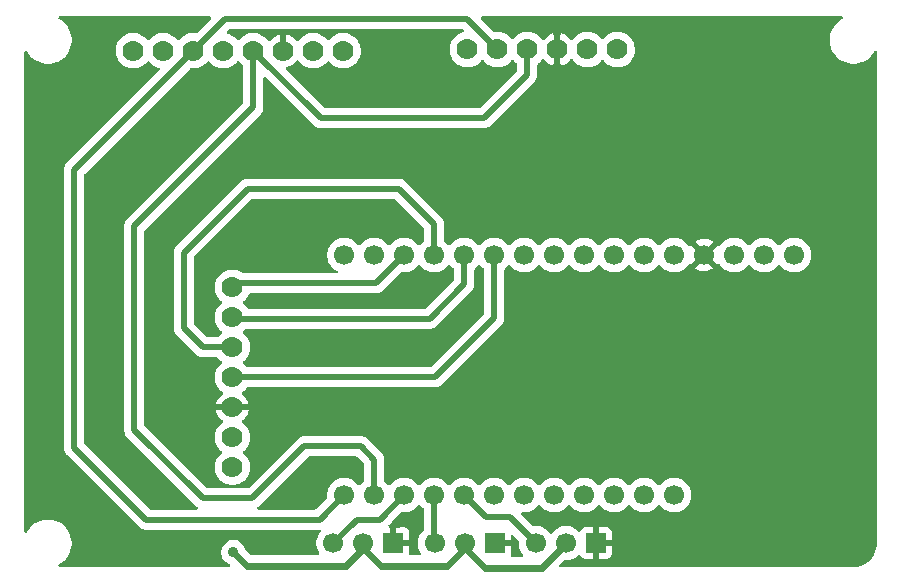
<source format=gbr>
%TF.GenerationSoftware,KiCad,Pcbnew,9.0.7*%
%TF.CreationDate,2026-02-04T13:28:02-08:00*%
%TF.ProjectId,BasicDatalogger,42617369-6344-4617-9461-6c6f67676572,rev?*%
%TF.SameCoordinates,Original*%
%TF.FileFunction,Copper,L3,Inr*%
%TF.FilePolarity,Positive*%
%FSLAX46Y46*%
G04 Gerber Fmt 4.6, Leading zero omitted, Abs format (unit mm)*
G04 Created by KiCad (PCBNEW 9.0.7) date 2026-02-04 13:28:02*
%MOMM*%
%LPD*%
G01*
G04 APERTURE LIST*
%TA.AperFunction,ComponentPad*%
%ADD10R,1.700000X1.700000*%
%TD*%
%TA.AperFunction,ComponentPad*%
%ADD11C,1.700000*%
%TD*%
%TA.AperFunction,ComponentPad*%
%ADD12C,1.778000*%
%TD*%
%TA.AperFunction,ViaPad*%
%ADD13C,0.900000*%
%TD*%
%TA.AperFunction,Conductor*%
%ADD14C,0.600000*%
%TD*%
%TA.AperFunction,Conductor*%
%ADD15C,0.500000*%
%TD*%
G04 APERTURE END LIST*
D10*
%TO.N,/GND*%
%TO.C,3*%
X105140000Y-74400000D03*
D11*
%TO.N,/PWR*%
X102600000Y-74400000D03*
%TO.N,/S1*%
X100060000Y-74400000D03*
%TD*%
D10*
%TO.N,/GND*%
%TO.C,2*%
X113740000Y-74400000D03*
D11*
%TO.N,/PWR*%
X111200000Y-74400000D03*
%TO.N,/S2*%
X108660000Y-74400000D03*
%TD*%
D10*
%TO.N,/GND*%
%TO.C,1*%
X122280000Y-74400000D03*
D11*
%TO.N,/PWR*%
X119740000Y-74400000D03*
%TO.N,/S3*%
X117200000Y-74400000D03*
%TD*%
%TO.N,unconnected-(U1-RESET-Pad1)*%
%TO.C,U1*%
X139080000Y-50000000D03*
%TO.N,/3V3*%
X136540000Y-50000000D03*
X134000000Y-50000000D03*
%TO.N,/GND*%
X131460000Y-50000000D03*
%TO.N,unconnected-(U1-A0{slash}GPIO26-Pad5)*%
X128920000Y-50000000D03*
%TO.N,unconnected-(U1-A1{slash}GPIO27-Pad6)*%
X126380000Y-50000000D03*
%TO.N,unconnected-(U1-A2{slash}GPIO28-Pad7)*%
X123840000Y-50000000D03*
%TO.N,unconnected-(U1-A3{slash}GPIO29-Pad8)*%
X121300000Y-50000000D03*
%TO.N,unconnected-(U1-D24{slash}GPIO24-Pad9)*%
X118760000Y-50000000D03*
%TO.N,unconnected-(U1-D25{slash}GPIO25-Pad10)*%
X116220000Y-50000000D03*
%TO.N,/SCK*%
X113680000Y-50000000D03*
%TO.N,/MOSI*%
X111140000Y-50000000D03*
%TO.N,/MISO*%
X108600000Y-50000000D03*
%TO.N,/CS*%
X106060000Y-50000000D03*
%TO.N,unconnected-(U1-TX{slash}GPIO0-Pad15)*%
X103520000Y-50000000D03*
%TO.N,unconnected-(U1-D4{slash}GPIO6-Pad16)*%
X100980000Y-50000000D03*
%TO.N,/SDA*%
X100980000Y-70320000D03*
%TO.N,/SCL*%
X103520000Y-70320000D03*
%TO.N,/S1*%
X106060000Y-70320000D03*
%TO.N,/S2*%
X108600000Y-70320000D03*
%TO.N,/S3*%
X111140000Y-70320000D03*
%TO.N,unconnected-(U1-D10{slash}GPIO10-Pad22)*%
X113680000Y-70320000D03*
%TO.N,unconnected-(U1-D11{slash}GPIO11-Pad23)*%
X116220000Y-70320000D03*
%TO.N,unconnected-(U1-D12{slash}GPIO12-Pad24)*%
X118760000Y-70320000D03*
%TO.N,unconnected-(U1-D13{slash}GPIO13-Pad25)*%
X121300000Y-70320000D03*
%TO.N,unconnected-(U1-Vbus-Pad26)*%
X123840000Y-70320000D03*
%TO.N,unconnected-(U1-ENABLE-Pad27)*%
X126380000Y-70320000D03*
%TO.N,unconnected-(U1-VBat-Pad28)*%
X128920000Y-70320000D03*
%TD*%
D12*
%TO.N,/3V3*%
%TO.C,U2*%
X100890000Y-32700000D03*
%TO.N,unconnected-(U2-3Vo-Pad2)*%
X98350000Y-32700000D03*
%TO.N,/GND*%
X95810000Y-32700000D03*
%TO.N,/SCL*%
X93270000Y-32700000D03*
%TO.N,unconnected-(U2-SDO-Pad5)*%
X90730000Y-32700000D03*
%TO.N,/SDA*%
X88190000Y-32700000D03*
%TO.N,unconnected-(U2-CS-Pad7)*%
X85650000Y-32700000D03*
%TO.N,unconnected-(U2-INT-Pad8)*%
X83110000Y-32700000D03*
%TD*%
%TO.N,/3V3*%
%TO.C,U4*%
X91513796Y-67972407D03*
%TO.N,unconnected-(U4-3V3-Pad2)*%
X91513796Y-65432407D03*
%TO.N,/GND*%
X91513796Y-62892407D03*
%TO.N,/SCK*%
X91513796Y-60352407D03*
%TO.N,/MISO*%
X91513796Y-57812407D03*
%TO.N,/MOSI*%
X91513796Y-55272407D03*
%TO.N,/CS*%
X91513796Y-52732407D03*
%TD*%
%TO.N,/3V3*%
%TO.C,U3*%
X124100000Y-32600000D03*
%TO.N,unconnected-(U3-3Vo-Pad2)*%
X121560000Y-32600000D03*
%TO.N,/GND*%
X119020000Y-32600000D03*
%TO.N,/SCL*%
X116480000Y-32600000D03*
%TO.N,/SDA*%
X113940000Y-32600000D03*
%TO.N,unconnected-(U3-INT2-Pad6)*%
X111400000Y-32600000D03*
%TD*%
D13*
%TO.N,/GND*%
X122347526Y-72534769D03*
X124400000Y-74400000D03*
X105530956Y-72712200D03*
X98200000Y-69200000D03*
%TO.N,/PWR*%
X91601578Y-75182415D03*
%TO.N,/GND*%
X89039052Y-75182415D03*
X95600000Y-38000000D03*
X97400000Y-34800000D03*
X111000000Y-35800000D03*
X132156185Y-51613338D03*
X132386662Y-48156185D03*
X109600000Y-63400000D03*
X99200000Y-63800000D03*
X119000000Y-31000000D03*
X80800000Y-34800000D03*
X109800000Y-57200000D03*
X126200000Y-60800000D03*
X129600000Y-52000000D03*
X93200000Y-62800000D03*
X80200000Y-54200000D03*
X97800000Y-53972407D03*
X79600000Y-75000000D03*
X97100000Y-49800000D03*
X88400000Y-38200000D03*
X123600000Y-42000000D03*
X89800000Y-63600000D03*
X84400000Y-68600000D03*
X119000000Y-34200000D03*
%TD*%
D14*
%TO.N,/PWR*%
X112860079Y-76460079D02*
X117679921Y-76460079D01*
X111200000Y-74800000D02*
X112860079Y-76460079D01*
X117679921Y-76460079D02*
X119740000Y-74400000D01*
D15*
%TO.N,/SCL*%
X93270000Y-37480000D02*
X93270000Y-32700000D01*
X83200000Y-47550000D02*
X93270000Y-37480000D01*
X93200000Y-70600000D02*
X89000000Y-70600000D01*
X83200000Y-64800000D02*
X83200000Y-47550000D01*
X102400000Y-66200000D02*
X97600000Y-66200000D01*
X103520000Y-67320000D02*
X102400000Y-66200000D01*
X97600000Y-66200000D02*
X93200000Y-70600000D01*
X89000000Y-70600000D02*
X83200000Y-64800000D01*
X103520000Y-70320000D02*
X103520000Y-67320000D01*
%TO.N,/SDA*%
X78100000Y-66300000D02*
X84200000Y-72400000D01*
X84200000Y-72400000D02*
X98900000Y-72400000D01*
X98900000Y-72400000D02*
X100980000Y-70320000D01*
X78100000Y-42790000D02*
X78100000Y-66300000D01*
X88190000Y-32700000D02*
X78100000Y-42790000D01*
%TO.N,/MOSI*%
X108200000Y-55400000D02*
X111140000Y-52460000D01*
X91641389Y-55400000D02*
X108200000Y-55400000D01*
X91513796Y-55272407D02*
X91641389Y-55400000D01*
X111140000Y-52460000D02*
X111140000Y-50000000D01*
D14*
%TO.N,/PWR*%
X109701000Y-76299000D02*
X111200000Y-74800000D01*
X104099000Y-76299000D02*
X109701000Y-76299000D01*
X102600000Y-74800000D02*
X104099000Y-76299000D01*
X111200000Y-74800000D02*
X111200000Y-74400000D01*
X102600000Y-74800000D02*
X102600000Y-74400000D01*
X101101000Y-76299000D02*
X102600000Y-74800000D01*
X91601578Y-75182415D02*
X92718163Y-76299000D01*
X92718163Y-76299000D02*
X101101000Y-76299000D01*
D15*
%TO.N,/SCK*%
X108647593Y-60352407D02*
X113680000Y-55320000D01*
X91513796Y-60352407D02*
X108647593Y-60352407D01*
X113680000Y-55320000D02*
X113680000Y-50000000D01*
%TO.N,/CS*%
X91846203Y-52400000D02*
X91513796Y-52732407D01*
X103660000Y-52400000D02*
X91846203Y-52400000D01*
X106060000Y-50000000D02*
X103660000Y-52400000D01*
%TO.N,/MISO*%
X105600000Y-44400000D02*
X108600000Y-47400000D01*
X92800000Y-44400000D02*
X105600000Y-44400000D01*
X87400000Y-49800000D02*
X92800000Y-44400000D01*
X87400000Y-56200000D02*
X87400000Y-49800000D01*
X91513796Y-57812407D02*
X89012407Y-57812407D01*
X89012407Y-57812407D02*
X87400000Y-56200000D01*
X108600000Y-47400000D02*
X108600000Y-50000000D01*
%TO.N,/S1*%
X102060000Y-72400000D02*
X100060000Y-74400000D01*
X103980000Y-72400000D02*
X102060000Y-72400000D01*
X106060000Y-70320000D02*
X103980000Y-72400000D01*
%TO.N,/S3*%
X115000000Y-72200000D02*
X117200000Y-74400000D01*
X113020000Y-72200000D02*
X115000000Y-72200000D01*
X111140000Y-70320000D02*
X113020000Y-72200000D01*
%TO.N,/S2*%
X108600000Y-74340000D02*
X108660000Y-74400000D01*
X108600000Y-70320000D02*
X108600000Y-74340000D01*
%TO.N,/SCL*%
X116480000Y-34720000D02*
X116480000Y-32600000D01*
X112800000Y-38400000D02*
X116480000Y-34720000D01*
X98970000Y-38400000D02*
X112800000Y-38400000D01*
X93270000Y-32700000D02*
X98970000Y-38400000D01*
%TO.N,/SDA*%
X91800000Y-30000000D02*
X90890000Y-30000000D01*
X91800000Y-30000000D02*
X111340000Y-30000000D01*
X90890000Y-30000000D02*
X88190000Y-32700000D01*
X111340000Y-30000000D02*
X113940000Y-32600000D01*
%TD*%
%TA.AperFunction,Conductor*%
%TO.N,/GND*%
G36*
X89654388Y-29820185D02*
G01*
X89700143Y-29872989D01*
X89710087Y-29942147D01*
X89681062Y-30005703D01*
X89675030Y-30012181D01*
X88498212Y-31188997D01*
X88436889Y-31222482D01*
X88391133Y-31223789D01*
X88307231Y-31210500D01*
X88307226Y-31210500D01*
X88072774Y-31210500D01*
X88072769Y-31210500D01*
X87841207Y-31247175D01*
X87618225Y-31319627D01*
X87409331Y-31426065D01*
X87357291Y-31463875D01*
X87219656Y-31563873D01*
X87219654Y-31563875D01*
X87219653Y-31563875D01*
X87053872Y-31729656D01*
X87020317Y-31775841D01*
X86964987Y-31818506D01*
X86895373Y-31824484D01*
X86833579Y-31791877D01*
X86819683Y-31775841D01*
X86786127Y-31729656D01*
X86620346Y-31563875D01*
X86620344Y-31563873D01*
X86430668Y-31426065D01*
X86221774Y-31319627D01*
X85998792Y-31247175D01*
X85767231Y-31210500D01*
X85767226Y-31210500D01*
X85532774Y-31210500D01*
X85532769Y-31210500D01*
X85301207Y-31247175D01*
X85078225Y-31319627D01*
X84869331Y-31426065D01*
X84817291Y-31463875D01*
X84679656Y-31563873D01*
X84679654Y-31563875D01*
X84679653Y-31563875D01*
X84513872Y-31729656D01*
X84480317Y-31775841D01*
X84424987Y-31818506D01*
X84355373Y-31824484D01*
X84293579Y-31791877D01*
X84279683Y-31775841D01*
X84246127Y-31729656D01*
X84080346Y-31563875D01*
X84080344Y-31563873D01*
X83890668Y-31426065D01*
X83681774Y-31319627D01*
X83458792Y-31247175D01*
X83227231Y-31210500D01*
X83227226Y-31210500D01*
X82992774Y-31210500D01*
X82992769Y-31210500D01*
X82761207Y-31247175D01*
X82538225Y-31319627D01*
X82329331Y-31426065D01*
X82277291Y-31463875D01*
X82139656Y-31563873D01*
X82139654Y-31563875D01*
X82139653Y-31563875D01*
X81973875Y-31729653D01*
X81973875Y-31729654D01*
X81973873Y-31729656D01*
X81940318Y-31775841D01*
X81836065Y-31919331D01*
X81729627Y-32128225D01*
X81657175Y-32351207D01*
X81620500Y-32582768D01*
X81620500Y-32817231D01*
X81657175Y-33048792D01*
X81729627Y-33271774D01*
X81814665Y-33438669D01*
X81836065Y-33480668D01*
X81973873Y-33670344D01*
X82139656Y-33836127D01*
X82329332Y-33973935D01*
X82353755Y-33986379D01*
X82538225Y-34080372D01*
X82538227Y-34080372D01*
X82538230Y-34080374D01*
X82657752Y-34119209D01*
X82761207Y-34152824D01*
X82992769Y-34189500D01*
X82992774Y-34189500D01*
X83227231Y-34189500D01*
X83458792Y-34152824D01*
X83475245Y-34147478D01*
X83681770Y-34080374D01*
X83890668Y-33973935D01*
X84080344Y-33836127D01*
X84246127Y-33670344D01*
X84279682Y-33624158D01*
X84335011Y-33581493D01*
X84404625Y-33575514D01*
X84466420Y-33608119D01*
X84480315Y-33624155D01*
X84513873Y-33670344D01*
X84679656Y-33836127D01*
X84869332Y-33973935D01*
X85078230Y-34080374D01*
X85284757Y-34147478D01*
X85342432Y-34186915D01*
X85369630Y-34251274D01*
X85357715Y-34320120D01*
X85334119Y-34353090D01*
X77439375Y-42247834D01*
X77439372Y-42247838D01*
X77346299Y-42387130D01*
X77346292Y-42387143D01*
X77300962Y-42496583D01*
X77282185Y-42541913D01*
X77282182Y-42541925D01*
X77249500Y-42706228D01*
X77249500Y-66383771D01*
X77273775Y-66505810D01*
X77282181Y-66548074D01*
X77282184Y-66548083D01*
X77346296Y-66702863D01*
X77346297Y-66702866D01*
X77439372Y-66842161D01*
X77439375Y-66842165D01*
X83657834Y-73060624D01*
X83657838Y-73060627D01*
X83726714Y-73106649D01*
X83797137Y-73153704D01*
X83797139Y-73153705D01*
X83797143Y-73153707D01*
X83864039Y-73181415D01*
X83906584Y-73199037D01*
X83951918Y-73217816D01*
X84116228Y-73250499D01*
X84116232Y-73250500D01*
X98859358Y-73250500D01*
X98926397Y-73270185D01*
X98972152Y-73322989D01*
X98982096Y-73392147D01*
X98955680Y-73450537D01*
X98956485Y-73451122D01*
X98953651Y-73455022D01*
X98953646Y-73455034D01*
X98953624Y-73455059D01*
X98819421Y-73639771D01*
X98715770Y-73843196D01*
X98645215Y-74060339D01*
X98609500Y-74285837D01*
X98609500Y-74514162D01*
X98645215Y-74739660D01*
X98715770Y-74956803D01*
X98819421Y-75160228D01*
X98849490Y-75201614D01*
X98872970Y-75267420D01*
X98857145Y-75335474D01*
X98807039Y-75384169D01*
X98749172Y-75398500D01*
X93142524Y-75398500D01*
X93075485Y-75378815D01*
X93054843Y-75362181D01*
X92852890Y-75160228D01*
X92648995Y-74956332D01*
X92615510Y-74895009D01*
X92615070Y-74892899D01*
X92611708Y-74875995D01*
X92532519Y-74684817D01*
X92417555Y-74512760D01*
X92417553Y-74512757D01*
X92271235Y-74366439D01*
X92135882Y-74276000D01*
X92099176Y-74251474D01*
X91907998Y-74172285D01*
X91907990Y-74172283D01*
X91705047Y-74131915D01*
X91705043Y-74131915D01*
X91498113Y-74131915D01*
X91498108Y-74131915D01*
X91295165Y-74172283D01*
X91295157Y-74172285D01*
X91103981Y-74251473D01*
X90931920Y-74366439D01*
X90785602Y-74512757D01*
X90670636Y-74684818D01*
X90591448Y-74875994D01*
X90591446Y-74876002D01*
X90551078Y-75078945D01*
X90551078Y-75285884D01*
X90591446Y-75488827D01*
X90591448Y-75488835D01*
X90640472Y-75607190D01*
X90670637Y-75680013D01*
X90726800Y-75764068D01*
X90785602Y-75852072D01*
X90931920Y-75998390D01*
X90931923Y-75998392D01*
X91103980Y-76113356D01*
X91156745Y-76135212D01*
X91218855Y-76160939D01*
X91273258Y-76204780D01*
X91295323Y-76271074D01*
X91278044Y-76338774D01*
X91226907Y-76386384D01*
X91171402Y-76399500D01*
X76900538Y-76399500D01*
X76833499Y-76379815D01*
X76787744Y-76327011D01*
X76777800Y-76257853D01*
X76806825Y-76194297D01*
X76838538Y-76168113D01*
X77013803Y-76066924D01*
X77221851Y-75907282D01*
X77221855Y-75907277D01*
X77221860Y-75907274D01*
X77407274Y-75721860D01*
X77407277Y-75721855D01*
X77407282Y-75721851D01*
X77566924Y-75513803D01*
X77698043Y-75286697D01*
X77698382Y-75285880D01*
X77745294Y-75172624D01*
X77798398Y-75044419D01*
X77866270Y-74791116D01*
X77900500Y-74531120D01*
X77900500Y-74268880D01*
X77866270Y-74008884D01*
X77798398Y-73755581D01*
X77762706Y-73669413D01*
X77698046Y-73513309D01*
X77698041Y-73513299D01*
X77566924Y-73286196D01*
X77443469Y-73125308D01*
X77407282Y-73078149D01*
X77407281Y-73078148D01*
X77407274Y-73078140D01*
X77221860Y-72892726D01*
X77221851Y-72892718D01*
X77013803Y-72733075D01*
X76786700Y-72601958D01*
X76786690Y-72601953D01*
X76544428Y-72501605D01*
X76544421Y-72501603D01*
X76544419Y-72501602D01*
X76291116Y-72433730D01*
X76233339Y-72426123D01*
X76031127Y-72399500D01*
X76031120Y-72399500D01*
X75768880Y-72399500D01*
X75768872Y-72399500D01*
X75537772Y-72429926D01*
X75508884Y-72433730D01*
X75255581Y-72501602D01*
X75255571Y-72501605D01*
X75013309Y-72601953D01*
X75013299Y-72601958D01*
X74786196Y-72733075D01*
X74578148Y-72892718D01*
X74392718Y-73078148D01*
X74233075Y-73286196D01*
X74131887Y-73461462D01*
X74081320Y-73509677D01*
X74012713Y-73522901D01*
X73947849Y-73496933D01*
X73907320Y-73440019D01*
X73900500Y-73399462D01*
X73900500Y-32800537D01*
X73920185Y-32733498D01*
X73972989Y-32687743D01*
X74042147Y-32677799D01*
X74105703Y-32706824D01*
X74131887Y-32738538D01*
X74233072Y-32913798D01*
X74233074Y-32913802D01*
X74392718Y-33121851D01*
X74392726Y-33121860D01*
X74578140Y-33307274D01*
X74578148Y-33307281D01*
X74786196Y-33466924D01*
X75013299Y-33598041D01*
X75013309Y-33598046D01*
X75255571Y-33698394D01*
X75255581Y-33698398D01*
X75508884Y-33766270D01*
X75768880Y-33800500D01*
X75768887Y-33800500D01*
X76031113Y-33800500D01*
X76031120Y-33800500D01*
X76291116Y-33766270D01*
X76544419Y-33698398D01*
X76723648Y-33624159D01*
X76786690Y-33598046D01*
X76786691Y-33598045D01*
X76786697Y-33598043D01*
X77013803Y-33466924D01*
X77221851Y-33307282D01*
X77221855Y-33307277D01*
X77221860Y-33307274D01*
X77407274Y-33121860D01*
X77407277Y-33121855D01*
X77407282Y-33121851D01*
X77566924Y-32913803D01*
X77698043Y-32686697D01*
X77798398Y-32444419D01*
X77866270Y-32191116D01*
X77900500Y-31931120D01*
X77900500Y-31668880D01*
X77866270Y-31408884D01*
X77798398Y-31155581D01*
X77789399Y-31133856D01*
X77698046Y-30913309D01*
X77698041Y-30913299D01*
X77566924Y-30686196D01*
X77407281Y-30478148D01*
X77407274Y-30478140D01*
X77221860Y-30292726D01*
X77221851Y-30292718D01*
X77013803Y-30133075D01*
X76838538Y-30031887D01*
X76790323Y-29981320D01*
X76777099Y-29912713D01*
X76803067Y-29847849D01*
X76859981Y-29807320D01*
X76900538Y-29800500D01*
X89587349Y-29800500D01*
X89654388Y-29820185D01*
G37*
%TD.AperFunction*%
%TA.AperFunction,Conductor*%
G36*
X112427384Y-50809785D02*
G01*
X112434626Y-50809164D01*
X112459507Y-50822292D01*
X112485720Y-50832498D01*
X112492952Y-50839939D01*
X112496421Y-50841770D01*
X112510315Y-50857804D01*
X112573621Y-50944937D01*
X112735063Y-51106379D01*
X112778385Y-51137855D01*
X112821051Y-51193183D01*
X112829500Y-51238172D01*
X112829500Y-54916349D01*
X112809815Y-54983388D01*
X112793181Y-55004030D01*
X108331623Y-59465588D01*
X108270300Y-59499073D01*
X108243942Y-59501907D01*
X92800176Y-59501907D01*
X92733137Y-59482222D01*
X92699858Y-59450793D01*
X92649923Y-59382063D01*
X92484140Y-59216280D01*
X92437954Y-59182724D01*
X92395289Y-59127396D01*
X92389310Y-59057782D01*
X92421915Y-58995987D01*
X92437954Y-58982090D01*
X92484140Y-58948534D01*
X92649923Y-58782751D01*
X92787731Y-58593075D01*
X92894170Y-58384177D01*
X92966620Y-58161199D01*
X93003296Y-57929638D01*
X93003296Y-57695175D01*
X92966620Y-57463614D01*
X92894168Y-57240632D01*
X92787730Y-57031738D01*
X92649923Y-56842063D01*
X92484140Y-56676280D01*
X92437954Y-56642724D01*
X92424983Y-56625903D01*
X92408529Y-56612468D01*
X92404073Y-56598788D01*
X92395289Y-56587396D01*
X92393471Y-56566232D01*
X92386893Y-56546033D01*
X92390541Y-56532115D01*
X92389310Y-56517782D01*
X92399222Y-56498994D01*
X92404609Y-56478446D01*
X92417454Y-56464440D01*
X92421915Y-56455987D01*
X92426932Y-56451108D01*
X92432177Y-56446286D01*
X92484140Y-56408534D01*
X92607713Y-56284960D01*
X92609628Y-56283201D01*
X92638722Y-56268871D01*
X92667178Y-56253334D01*
X92671135Y-56252908D01*
X92672308Y-56252331D01*
X92674345Y-56252563D01*
X92693536Y-56250500D01*
X108283768Y-56250500D01*
X108283769Y-56250499D01*
X108338538Y-56239605D01*
X108448074Y-56217818D01*
X108448078Y-56217816D01*
X108448082Y-56217816D01*
X108493415Y-56199037D01*
X108602863Y-56153704D01*
X108742162Y-56060627D01*
X111800627Y-53002162D01*
X111893704Y-52862863D01*
X111957816Y-52708081D01*
X111990500Y-52543767D01*
X111990500Y-52376233D01*
X111990500Y-51238172D01*
X112010185Y-51171133D01*
X112041613Y-51137855D01*
X112084937Y-51106379D01*
X112246379Y-50944937D01*
X112309682Y-50857807D01*
X112331962Y-50840627D01*
X112352133Y-50821025D01*
X112359255Y-50819581D01*
X112365012Y-50815143D01*
X112393040Y-50812735D01*
X112420611Y-50807149D01*
X112427384Y-50809785D01*
G37*
%TD.AperFunction*%
%TA.AperFunction,Conductor*%
G36*
X105263388Y-45270185D02*
G01*
X105284030Y-45286819D01*
X107713181Y-47715970D01*
X107746666Y-47777293D01*
X107749500Y-47803651D01*
X107749500Y-48761826D01*
X107729815Y-48828865D01*
X107698387Y-48862143D01*
X107655065Y-48893618D01*
X107493623Y-49055060D01*
X107493616Y-49055069D01*
X107430317Y-49142191D01*
X107374987Y-49184857D01*
X107305373Y-49190835D01*
X107243579Y-49158228D01*
X107229683Y-49142191D01*
X107166383Y-49055069D01*
X107166379Y-49055063D01*
X107004937Y-48893621D01*
X106820228Y-48759421D01*
X106799587Y-48748904D01*
X106616803Y-48655770D01*
X106399660Y-48585215D01*
X106174162Y-48549500D01*
X106174157Y-48549500D01*
X105945843Y-48549500D01*
X105945838Y-48549500D01*
X105720339Y-48585215D01*
X105503196Y-48655770D01*
X105299771Y-48759421D01*
X105115061Y-48893622D01*
X104953623Y-49055060D01*
X104953616Y-49055069D01*
X104890317Y-49142191D01*
X104834987Y-49184857D01*
X104765373Y-49190835D01*
X104703579Y-49158228D01*
X104689683Y-49142191D01*
X104626383Y-49055069D01*
X104626379Y-49055063D01*
X104464937Y-48893621D01*
X104280228Y-48759421D01*
X104259587Y-48748904D01*
X104076803Y-48655770D01*
X103859660Y-48585215D01*
X103634162Y-48549500D01*
X103634157Y-48549500D01*
X103405843Y-48549500D01*
X103405838Y-48549500D01*
X103180339Y-48585215D01*
X102963196Y-48655770D01*
X102759771Y-48759421D01*
X102575061Y-48893622D01*
X102413623Y-49055060D01*
X102413616Y-49055069D01*
X102350317Y-49142191D01*
X102294987Y-49184857D01*
X102225373Y-49190835D01*
X102163579Y-49158228D01*
X102149683Y-49142191D01*
X102086383Y-49055069D01*
X102086379Y-49055063D01*
X101924937Y-48893621D01*
X101740228Y-48759421D01*
X101719587Y-48748904D01*
X101536803Y-48655770D01*
X101319660Y-48585215D01*
X101094162Y-48549500D01*
X101094157Y-48549500D01*
X100865843Y-48549500D01*
X100865838Y-48549500D01*
X100640339Y-48585215D01*
X100423196Y-48655770D01*
X100219771Y-48759421D01*
X100035061Y-48893622D01*
X99873622Y-49055061D01*
X99739421Y-49239771D01*
X99635770Y-49443196D01*
X99565215Y-49660339D01*
X99529500Y-49885837D01*
X99529500Y-50114162D01*
X99565215Y-50339660D01*
X99635770Y-50556803D01*
X99720795Y-50723672D01*
X99739421Y-50760228D01*
X99873621Y-50944937D01*
X100035063Y-51106379D01*
X100219772Y-51240579D01*
X100296320Y-51279582D01*
X100365861Y-51315015D01*
X100416657Y-51362990D01*
X100433452Y-51430811D01*
X100410915Y-51496945D01*
X100356200Y-51540397D01*
X100309566Y-51549500D01*
X92460043Y-51549500D01*
X92393004Y-51529815D01*
X92387167Y-51525824D01*
X92294464Y-51458472D01*
X92278818Y-51450500D01*
X92085570Y-51352034D01*
X91862588Y-51279582D01*
X91631027Y-51242907D01*
X91631022Y-51242907D01*
X91396570Y-51242907D01*
X91396565Y-51242907D01*
X91165003Y-51279582D01*
X90942021Y-51352034D01*
X90733127Y-51458472D01*
X90640434Y-51525818D01*
X90543452Y-51596280D01*
X90543450Y-51596282D01*
X90543449Y-51596282D01*
X90377671Y-51762060D01*
X90377671Y-51762061D01*
X90377669Y-51762063D01*
X90318485Y-51843521D01*
X90239861Y-51951738D01*
X90133423Y-52160632D01*
X90060971Y-52383614D01*
X90024296Y-52615175D01*
X90024296Y-52849638D01*
X90060971Y-53081199D01*
X90133423Y-53304181D01*
X90239861Y-53513075D01*
X90377669Y-53702751D01*
X90377671Y-53702753D01*
X90543452Y-53868534D01*
X90589637Y-53902090D01*
X90632302Y-53957420D01*
X90638280Y-54027034D01*
X90605673Y-54088828D01*
X90589637Y-54102724D01*
X90543452Y-54136279D01*
X90377671Y-54302060D01*
X90377671Y-54302061D01*
X90377669Y-54302063D01*
X90318485Y-54383521D01*
X90239861Y-54491738D01*
X90133423Y-54700632D01*
X90060971Y-54923614D01*
X90024296Y-55155175D01*
X90024296Y-55389638D01*
X90060972Y-55621199D01*
X90060971Y-55621199D01*
X90133423Y-55844181D01*
X90239861Y-56053075D01*
X90377669Y-56242751D01*
X90377671Y-56242753D01*
X90543452Y-56408534D01*
X90589637Y-56442090D01*
X90632302Y-56497420D01*
X90638280Y-56567034D01*
X90605673Y-56628828D01*
X90589637Y-56642724D01*
X90543452Y-56676279D01*
X90377671Y-56842060D01*
X90377671Y-56842061D01*
X90377669Y-56842063D01*
X90327734Y-56910793D01*
X90272404Y-56953458D01*
X90227416Y-56961907D01*
X89416058Y-56961907D01*
X89349019Y-56942222D01*
X89328377Y-56925588D01*
X88286819Y-55884030D01*
X88253334Y-55822707D01*
X88250500Y-55796349D01*
X88250500Y-50203650D01*
X88270185Y-50136611D01*
X88286819Y-50115969D01*
X93115969Y-45286819D01*
X93177292Y-45253334D01*
X93203650Y-45250500D01*
X105196349Y-45250500D01*
X105263388Y-45270185D01*
G37*
%TD.AperFunction*%
%TA.AperFunction,Conductor*%
G36*
X109956421Y-50841770D02*
G01*
X109970315Y-50857804D01*
X110033621Y-50944937D01*
X110195063Y-51106379D01*
X110238385Y-51137855D01*
X110281051Y-51193183D01*
X110289500Y-51238172D01*
X110289500Y-52056349D01*
X110269815Y-52123388D01*
X110253181Y-52144030D01*
X107884030Y-54513181D01*
X107822707Y-54546666D01*
X107796349Y-54549500D01*
X92892571Y-54549500D01*
X92825532Y-54529815D01*
X92791484Y-54495034D01*
X92790595Y-54495681D01*
X92787730Y-54491738D01*
X92649923Y-54302063D01*
X92484140Y-54136280D01*
X92437954Y-54102724D01*
X92395289Y-54047396D01*
X92389310Y-53977782D01*
X92421915Y-53915987D01*
X92437954Y-53902090D01*
X92484140Y-53868534D01*
X92649923Y-53702751D01*
X92787731Y-53513075D01*
X92887022Y-53318204D01*
X92934997Y-53267409D01*
X92997507Y-53250500D01*
X103743768Y-53250500D01*
X103743769Y-53250499D01*
X103798538Y-53239605D01*
X103908074Y-53217818D01*
X103908078Y-53217816D01*
X103908082Y-53217816D01*
X103953415Y-53199037D01*
X104062863Y-53153704D01*
X104202162Y-53060627D01*
X105785875Y-51476912D01*
X105847196Y-51443429D01*
X105892947Y-51442122D01*
X105945843Y-51450500D01*
X105945845Y-51450500D01*
X106174162Y-51450500D01*
X106399660Y-51414784D01*
X106420991Y-51407853D01*
X106616799Y-51344231D01*
X106820228Y-51240579D01*
X107004937Y-51106379D01*
X107166379Y-50944937D01*
X107229682Y-50857807D01*
X107285012Y-50815143D01*
X107354626Y-50809164D01*
X107416421Y-50841770D01*
X107430315Y-50857804D01*
X107493621Y-50944937D01*
X107655063Y-51106379D01*
X107839772Y-51240579D01*
X107916320Y-51279582D01*
X108043196Y-51344229D01*
X108043198Y-51344229D01*
X108043201Y-51344231D01*
X108159592Y-51382049D01*
X108260339Y-51414784D01*
X108485838Y-51450500D01*
X108485843Y-51450500D01*
X108714162Y-51450500D01*
X108939660Y-51414784D01*
X108960991Y-51407853D01*
X109156799Y-51344231D01*
X109360228Y-51240579D01*
X109544937Y-51106379D01*
X109706379Y-50944937D01*
X109769682Y-50857807D01*
X109825012Y-50815143D01*
X109894626Y-50809164D01*
X109956421Y-50841770D01*
G37*
%TD.AperFunction*%
%TA.AperFunction,Conductor*%
G36*
X143102392Y-29801360D02*
G01*
X143105363Y-29800640D01*
X143135708Y-29811143D01*
X143166501Y-29820185D01*
X143168501Y-29822493D01*
X143171389Y-29823493D01*
X143191240Y-29848735D01*
X143212256Y-29872989D01*
X143212690Y-29876011D01*
X143214580Y-29878414D01*
X143217631Y-29910375D01*
X143222200Y-29942147D01*
X143220930Y-29944926D01*
X143221221Y-29947968D01*
X143206510Y-29976501D01*
X143193175Y-30005703D01*
X143190182Y-30008173D01*
X143189205Y-30010070D01*
X143161462Y-30031887D01*
X142986196Y-30133075D01*
X142778148Y-30292718D01*
X142592718Y-30478148D01*
X142433075Y-30686196D01*
X142301958Y-30913299D01*
X142301953Y-30913309D01*
X142201605Y-31155571D01*
X142201602Y-31155581D01*
X142133730Y-31408884D01*
X142131468Y-31426065D01*
X142099500Y-31668872D01*
X142099500Y-31931127D01*
X142112284Y-32028225D01*
X142133730Y-32191116D01*
X142187823Y-32392993D01*
X142201602Y-32444418D01*
X142201605Y-32444428D01*
X142301953Y-32686690D01*
X142301958Y-32686700D01*
X142433075Y-32913803D01*
X142592718Y-33121851D01*
X142592726Y-33121860D01*
X142778140Y-33307274D01*
X142778148Y-33307281D01*
X142986196Y-33466924D01*
X143213299Y-33598041D01*
X143213309Y-33598046D01*
X143455571Y-33698394D01*
X143455581Y-33698398D01*
X143708884Y-33766270D01*
X143968880Y-33800500D01*
X143968887Y-33800500D01*
X144231113Y-33800500D01*
X144231120Y-33800500D01*
X144491116Y-33766270D01*
X144744419Y-33698398D01*
X144923648Y-33624159D01*
X144986690Y-33598046D01*
X144986691Y-33598045D01*
X144986697Y-33598043D01*
X145213803Y-33466924D01*
X145421851Y-33307282D01*
X145421855Y-33307277D01*
X145421860Y-33307274D01*
X145607274Y-33121860D01*
X145607277Y-33121855D01*
X145607282Y-33121851D01*
X145766924Y-32913803D01*
X145822680Y-32817231D01*
X145868113Y-32738538D01*
X145918679Y-32690322D01*
X145987286Y-32677098D01*
X146052151Y-32703066D01*
X146092680Y-32759980D01*
X146099500Y-32800537D01*
X146099500Y-74395933D01*
X146099235Y-74404043D01*
X146082925Y-74652883D01*
X146080807Y-74668964D01*
X146032954Y-74909535D01*
X146028756Y-74925202D01*
X145949909Y-75157479D01*
X145943702Y-75172465D01*
X145835212Y-75392460D01*
X145827102Y-75406507D01*
X145690825Y-75610460D01*
X145680951Y-75623328D01*
X145519218Y-75807749D01*
X145507749Y-75819218D01*
X145323328Y-75980951D01*
X145310460Y-75990825D01*
X145106507Y-76127102D01*
X145092460Y-76135212D01*
X144872465Y-76243702D01*
X144857479Y-76249909D01*
X144625202Y-76328756D01*
X144609535Y-76332954D01*
X144368964Y-76380807D01*
X144352883Y-76382925D01*
X144104043Y-76399235D01*
X144095933Y-76399500D01*
X119313361Y-76399500D01*
X119246322Y-76379815D01*
X119200567Y-76327011D01*
X119190623Y-76257853D01*
X119219648Y-76194297D01*
X119225662Y-76187836D01*
X119527164Y-75886333D01*
X119588484Y-75852851D01*
X119620971Y-75850645D01*
X119620971Y-75850500D01*
X119623111Y-75850500D01*
X119624584Y-75850400D01*
X119625833Y-75850498D01*
X119625843Y-75850500D01*
X119625853Y-75850500D01*
X119854162Y-75850500D01*
X120079660Y-75814784D01*
X120101311Y-75807749D01*
X120296799Y-75744231D01*
X120500228Y-75640579D01*
X120684937Y-75506379D01*
X120772135Y-75419180D01*
X120833454Y-75385698D01*
X120903146Y-75390682D01*
X120959080Y-75432553D01*
X120975995Y-75463531D01*
X120986645Y-75492086D01*
X120986649Y-75492093D01*
X121072809Y-75607187D01*
X121072812Y-75607190D01*
X121187906Y-75693350D01*
X121187913Y-75693354D01*
X121322620Y-75743596D01*
X121322627Y-75743598D01*
X121382155Y-75749999D01*
X121382172Y-75750000D01*
X122030000Y-75750000D01*
X122030000Y-74833012D01*
X122087007Y-74865925D01*
X122214174Y-74900000D01*
X122345826Y-74900000D01*
X122472993Y-74865925D01*
X122530000Y-74833012D01*
X122530000Y-75750000D01*
X123177828Y-75750000D01*
X123177844Y-75749999D01*
X123237372Y-75743598D01*
X123237379Y-75743596D01*
X123372086Y-75693354D01*
X123372093Y-75693350D01*
X123487187Y-75607190D01*
X123487190Y-75607187D01*
X123573350Y-75492093D01*
X123573354Y-75492086D01*
X123623596Y-75357379D01*
X123623598Y-75357372D01*
X123629999Y-75297844D01*
X123630000Y-75297827D01*
X123630000Y-74650000D01*
X122713012Y-74650000D01*
X122745925Y-74592993D01*
X122780000Y-74465826D01*
X122780000Y-74334174D01*
X122745925Y-74207007D01*
X122713012Y-74150000D01*
X123630000Y-74150000D01*
X123630000Y-73502172D01*
X123629999Y-73502155D01*
X123623598Y-73442627D01*
X123623596Y-73442620D01*
X123573354Y-73307913D01*
X123573350Y-73307906D01*
X123487190Y-73192812D01*
X123487187Y-73192809D01*
X123372093Y-73106649D01*
X123372086Y-73106645D01*
X123237379Y-73056403D01*
X123237372Y-73056401D01*
X123177844Y-73050000D01*
X122530000Y-73050000D01*
X122530000Y-73966988D01*
X122472993Y-73934075D01*
X122345826Y-73900000D01*
X122214174Y-73900000D01*
X122087007Y-73934075D01*
X122030000Y-73966988D01*
X122030000Y-73050000D01*
X121382155Y-73050000D01*
X121322627Y-73056401D01*
X121322620Y-73056403D01*
X121187913Y-73106645D01*
X121187906Y-73106649D01*
X121072812Y-73192809D01*
X121072809Y-73192812D01*
X120986649Y-73307906D01*
X120986643Y-73307918D01*
X120975994Y-73336469D01*
X120934123Y-73392403D01*
X120868658Y-73416819D01*
X120800385Y-73401967D01*
X120772132Y-73380816D01*
X120684938Y-73293622D01*
X120674718Y-73286197D01*
X120500228Y-73159421D01*
X120465472Y-73141712D01*
X120296803Y-73055770D01*
X120079660Y-72985215D01*
X119854162Y-72949500D01*
X119854157Y-72949500D01*
X119625843Y-72949500D01*
X119625838Y-72949500D01*
X119400339Y-72985215D01*
X119183196Y-73055770D01*
X118979771Y-73159421D01*
X118795061Y-73293622D01*
X118633623Y-73455060D01*
X118633616Y-73455069D01*
X118570317Y-73542191D01*
X118514987Y-73584857D01*
X118445373Y-73590835D01*
X118383579Y-73558228D01*
X118369683Y-73542191D01*
X118306383Y-73455069D01*
X118306379Y-73455063D01*
X118144937Y-73293621D01*
X117960228Y-73159421D01*
X117925472Y-73141712D01*
X117756803Y-73055770D01*
X117539660Y-72985215D01*
X117314162Y-72949500D01*
X117314157Y-72949500D01*
X117085843Y-72949500D01*
X117085837Y-72949500D01*
X117032951Y-72957876D01*
X116963658Y-72948921D01*
X116925873Y-72923084D01*
X115980560Y-71977771D01*
X115947075Y-71916448D01*
X115952059Y-71846756D01*
X115993931Y-71790823D01*
X116059395Y-71766406D01*
X116087639Y-71767616D01*
X116095815Y-71768911D01*
X116105841Y-71770500D01*
X116105843Y-71770500D01*
X116334162Y-71770500D01*
X116559660Y-71734784D01*
X116776799Y-71664231D01*
X116980228Y-71560579D01*
X117164937Y-71426379D01*
X117326379Y-71264937D01*
X117389682Y-71177807D01*
X117445012Y-71135143D01*
X117514626Y-71129164D01*
X117576421Y-71161770D01*
X117590315Y-71177804D01*
X117653621Y-71264937D01*
X117815063Y-71426379D01*
X117999772Y-71560579D01*
X118079028Y-71600962D01*
X118203196Y-71664229D01*
X118203198Y-71664229D01*
X118203201Y-71664231D01*
X118319592Y-71702049D01*
X118420339Y-71734784D01*
X118645838Y-71770500D01*
X118645843Y-71770500D01*
X118874162Y-71770500D01*
X119099660Y-71734784D01*
X119316799Y-71664231D01*
X119520228Y-71560579D01*
X119704937Y-71426379D01*
X119866379Y-71264937D01*
X119929682Y-71177807D01*
X119985012Y-71135143D01*
X120054626Y-71129164D01*
X120116421Y-71161770D01*
X120130315Y-71177804D01*
X120193621Y-71264937D01*
X120355063Y-71426379D01*
X120539772Y-71560579D01*
X120619028Y-71600962D01*
X120743196Y-71664229D01*
X120743198Y-71664229D01*
X120743201Y-71664231D01*
X120859592Y-71702049D01*
X120960339Y-71734784D01*
X121185838Y-71770500D01*
X121185843Y-71770500D01*
X121414162Y-71770500D01*
X121639660Y-71734784D01*
X121856799Y-71664231D01*
X122060228Y-71560579D01*
X122244937Y-71426379D01*
X122406379Y-71264937D01*
X122469682Y-71177807D01*
X122525012Y-71135143D01*
X122594626Y-71129164D01*
X122656421Y-71161770D01*
X122670315Y-71177804D01*
X122733621Y-71264937D01*
X122895063Y-71426379D01*
X123079772Y-71560579D01*
X123159028Y-71600962D01*
X123283196Y-71664229D01*
X123283198Y-71664229D01*
X123283201Y-71664231D01*
X123399592Y-71702049D01*
X123500339Y-71734784D01*
X123725838Y-71770500D01*
X123725843Y-71770500D01*
X123954162Y-71770500D01*
X124179660Y-71734784D01*
X124396799Y-71664231D01*
X124600228Y-71560579D01*
X124784937Y-71426379D01*
X124946379Y-71264937D01*
X125009682Y-71177807D01*
X125065012Y-71135143D01*
X125134626Y-71129164D01*
X125196421Y-71161770D01*
X125210315Y-71177804D01*
X125273621Y-71264937D01*
X125435063Y-71426379D01*
X125619772Y-71560579D01*
X125699028Y-71600962D01*
X125823196Y-71664229D01*
X125823198Y-71664229D01*
X125823201Y-71664231D01*
X125939592Y-71702049D01*
X126040339Y-71734784D01*
X126265838Y-71770500D01*
X126265843Y-71770500D01*
X126494162Y-71770500D01*
X126719660Y-71734784D01*
X126936799Y-71664231D01*
X127140228Y-71560579D01*
X127324937Y-71426379D01*
X127486379Y-71264937D01*
X127549682Y-71177807D01*
X127605012Y-71135143D01*
X127674626Y-71129164D01*
X127736421Y-71161770D01*
X127750315Y-71177804D01*
X127813621Y-71264937D01*
X127975063Y-71426379D01*
X128159772Y-71560579D01*
X128239028Y-71600962D01*
X128363196Y-71664229D01*
X128363198Y-71664229D01*
X128363201Y-71664231D01*
X128479592Y-71702049D01*
X128580339Y-71734784D01*
X128805838Y-71770500D01*
X128805843Y-71770500D01*
X129034162Y-71770500D01*
X129259660Y-71734784D01*
X129476799Y-71664231D01*
X129680228Y-71560579D01*
X129864937Y-71426379D01*
X130026379Y-71264937D01*
X130160579Y-71080228D01*
X130264231Y-70876799D01*
X130334784Y-70659660D01*
X130345164Y-70594125D01*
X130370500Y-70434162D01*
X130370500Y-70205837D01*
X130334784Y-69980339D01*
X130264229Y-69763196D01*
X130160578Y-69559771D01*
X130125024Y-69510835D01*
X130026379Y-69375063D01*
X129864937Y-69213621D01*
X129680228Y-69079421D01*
X129476803Y-68975770D01*
X129259660Y-68905215D01*
X129034162Y-68869500D01*
X129034157Y-68869500D01*
X128805843Y-68869500D01*
X128805838Y-68869500D01*
X128580339Y-68905215D01*
X128363196Y-68975770D01*
X128159771Y-69079421D01*
X127975061Y-69213622D01*
X127813623Y-69375060D01*
X127813616Y-69375069D01*
X127750317Y-69462191D01*
X127694987Y-69504857D01*
X127625373Y-69510835D01*
X127563579Y-69478228D01*
X127549683Y-69462191D01*
X127486383Y-69375069D01*
X127486379Y-69375063D01*
X127324937Y-69213621D01*
X127140228Y-69079421D01*
X126936803Y-68975770D01*
X126719660Y-68905215D01*
X126494162Y-68869500D01*
X126494157Y-68869500D01*
X126265843Y-68869500D01*
X126265838Y-68869500D01*
X126040339Y-68905215D01*
X125823196Y-68975770D01*
X125619771Y-69079421D01*
X125435061Y-69213622D01*
X125273623Y-69375060D01*
X125273616Y-69375069D01*
X125210317Y-69462191D01*
X125154987Y-69504857D01*
X125085373Y-69510835D01*
X125023579Y-69478228D01*
X125009683Y-69462191D01*
X124946383Y-69375069D01*
X124946379Y-69375063D01*
X124784937Y-69213621D01*
X124600228Y-69079421D01*
X124396803Y-68975770D01*
X124179660Y-68905215D01*
X123954162Y-68869500D01*
X123954157Y-68869500D01*
X123725843Y-68869500D01*
X123725838Y-68869500D01*
X123500339Y-68905215D01*
X123283196Y-68975770D01*
X123079771Y-69079421D01*
X122895061Y-69213622D01*
X122733623Y-69375060D01*
X122733616Y-69375069D01*
X122670317Y-69462191D01*
X122614987Y-69504857D01*
X122545373Y-69510835D01*
X122483579Y-69478228D01*
X122469683Y-69462191D01*
X122406383Y-69375069D01*
X122406379Y-69375063D01*
X122244937Y-69213621D01*
X122060228Y-69079421D01*
X121856803Y-68975770D01*
X121639660Y-68905215D01*
X121414162Y-68869500D01*
X121414157Y-68869500D01*
X121185843Y-68869500D01*
X121185838Y-68869500D01*
X120960339Y-68905215D01*
X120743196Y-68975770D01*
X120539771Y-69079421D01*
X120355061Y-69213622D01*
X120193623Y-69375060D01*
X120193616Y-69375069D01*
X120130317Y-69462191D01*
X120074987Y-69504857D01*
X120005373Y-69510835D01*
X119943579Y-69478228D01*
X119929683Y-69462191D01*
X119866383Y-69375069D01*
X119866379Y-69375063D01*
X119704937Y-69213621D01*
X119520228Y-69079421D01*
X119316803Y-68975770D01*
X119099660Y-68905215D01*
X118874162Y-68869500D01*
X118874157Y-68869500D01*
X118645843Y-68869500D01*
X118645838Y-68869500D01*
X118420339Y-68905215D01*
X118203196Y-68975770D01*
X117999771Y-69079421D01*
X117815061Y-69213622D01*
X117653623Y-69375060D01*
X117653616Y-69375069D01*
X117590317Y-69462191D01*
X117534987Y-69504857D01*
X117465373Y-69510835D01*
X117403579Y-69478228D01*
X117389683Y-69462191D01*
X117326383Y-69375069D01*
X117326379Y-69375063D01*
X117164937Y-69213621D01*
X116980228Y-69079421D01*
X116776803Y-68975770D01*
X116559660Y-68905215D01*
X116334162Y-68869500D01*
X116334157Y-68869500D01*
X116105843Y-68869500D01*
X116105838Y-68869500D01*
X115880339Y-68905215D01*
X115663196Y-68975770D01*
X115459771Y-69079421D01*
X115275061Y-69213622D01*
X115113623Y-69375060D01*
X115113616Y-69375069D01*
X115050317Y-69462191D01*
X114994987Y-69504857D01*
X114925373Y-69510835D01*
X114863579Y-69478228D01*
X114849683Y-69462191D01*
X114786383Y-69375069D01*
X114786379Y-69375063D01*
X114624937Y-69213621D01*
X114440228Y-69079421D01*
X114236803Y-68975770D01*
X114019660Y-68905215D01*
X113794162Y-68869500D01*
X113794157Y-68869500D01*
X113565843Y-68869500D01*
X113565838Y-68869500D01*
X113340339Y-68905215D01*
X113123196Y-68975770D01*
X112919771Y-69079421D01*
X112735061Y-69213622D01*
X112573623Y-69375060D01*
X112573616Y-69375069D01*
X112510317Y-69462191D01*
X112454987Y-69504857D01*
X112385373Y-69510835D01*
X112323579Y-69478228D01*
X112309683Y-69462191D01*
X112246383Y-69375069D01*
X112246379Y-69375063D01*
X112084937Y-69213621D01*
X111900228Y-69079421D01*
X111696803Y-68975770D01*
X111479660Y-68905215D01*
X111254162Y-68869500D01*
X111254157Y-68869500D01*
X111025843Y-68869500D01*
X111025838Y-68869500D01*
X110800339Y-68905215D01*
X110583196Y-68975770D01*
X110379771Y-69079421D01*
X110195061Y-69213622D01*
X110033623Y-69375060D01*
X110033616Y-69375069D01*
X109970317Y-69462191D01*
X109914987Y-69504857D01*
X109845373Y-69510835D01*
X109783579Y-69478228D01*
X109769683Y-69462191D01*
X109706383Y-69375069D01*
X109706379Y-69375063D01*
X109544937Y-69213621D01*
X109360228Y-69079421D01*
X109156803Y-68975770D01*
X108939660Y-68905215D01*
X108714162Y-68869500D01*
X108714157Y-68869500D01*
X108485843Y-68869500D01*
X108485838Y-68869500D01*
X108260339Y-68905215D01*
X108043196Y-68975770D01*
X107839771Y-69079421D01*
X107655061Y-69213622D01*
X107493623Y-69375060D01*
X107493616Y-69375069D01*
X107430317Y-69462191D01*
X107374987Y-69504857D01*
X107305373Y-69510835D01*
X107243579Y-69478228D01*
X107229683Y-69462191D01*
X107166383Y-69375069D01*
X107166379Y-69375063D01*
X107004937Y-69213621D01*
X106820228Y-69079421D01*
X106616803Y-68975770D01*
X106399660Y-68905215D01*
X106174162Y-68869500D01*
X106174157Y-68869500D01*
X105945843Y-68869500D01*
X105945838Y-68869500D01*
X105720339Y-68905215D01*
X105503196Y-68975770D01*
X105299771Y-69079421D01*
X105115061Y-69213622D01*
X104953623Y-69375060D01*
X104953616Y-69375069D01*
X104890317Y-69462191D01*
X104834987Y-69504857D01*
X104765373Y-69510835D01*
X104703579Y-69478228D01*
X104689683Y-69462191D01*
X104626383Y-69375069D01*
X104626379Y-69375063D01*
X104464937Y-69213621D01*
X104464934Y-69213618D01*
X104421613Y-69182143D01*
X104378948Y-69126813D01*
X104370500Y-69081826D01*
X104370500Y-67236232D01*
X104370499Y-67236228D01*
X104337817Y-67071925D01*
X104337816Y-67071918D01*
X104308881Y-67002063D01*
X104308881Y-67002062D01*
X104273707Y-66917143D01*
X104273705Y-66917140D01*
X104273704Y-66917137D01*
X104180626Y-66777838D01*
X104180622Y-66777834D01*
X104180620Y-66777831D01*
X104180619Y-66777830D01*
X102942165Y-65539375D01*
X102942161Y-65539372D01*
X102802866Y-65446297D01*
X102802863Y-65446296D01*
X102693416Y-65400962D01*
X102693414Y-65400961D01*
X102648086Y-65382185D01*
X102648074Y-65382182D01*
X102483771Y-65349500D01*
X102483767Y-65349500D01*
X97516233Y-65349500D01*
X97516228Y-65349500D01*
X97351925Y-65382182D01*
X97351913Y-65382185D01*
X97306583Y-65400962D01*
X97197143Y-65446292D01*
X97197130Y-65446299D01*
X97057838Y-65539372D01*
X97057834Y-65539375D01*
X92884030Y-69713181D01*
X92822707Y-69746666D01*
X92796349Y-69749500D01*
X89403651Y-69749500D01*
X89336612Y-69729815D01*
X89315970Y-69713181D01*
X84086819Y-64484030D01*
X84053334Y-64422707D01*
X84050500Y-64396349D01*
X84050500Y-49716228D01*
X86549500Y-49716228D01*
X86549500Y-56283771D01*
X86574317Y-56408535D01*
X86582181Y-56448073D01*
X86582184Y-56448083D01*
X86646296Y-56602863D01*
X86646297Y-56602866D01*
X86739372Y-56742161D01*
X86739375Y-56742165D01*
X88470241Y-58473031D01*
X88470245Y-58473034D01*
X88609544Y-58566111D01*
X88609546Y-58566112D01*
X88609550Y-58566114D01*
X88674643Y-58593075D01*
X88718991Y-58611444D01*
X88764325Y-58630223D01*
X88928635Y-58662906D01*
X88928639Y-58662907D01*
X88928640Y-58662907D01*
X89096174Y-58662907D01*
X90227416Y-58662907D01*
X90294455Y-58682592D01*
X90327732Y-58714019D01*
X90377669Y-58782751D01*
X90377671Y-58782753D01*
X90543452Y-58948534D01*
X90589637Y-58982090D01*
X90632302Y-59037420D01*
X90638280Y-59107034D01*
X90605673Y-59168828D01*
X90589637Y-59182724D01*
X90543452Y-59216279D01*
X90377671Y-59382060D01*
X90377671Y-59382061D01*
X90377669Y-59382063D01*
X90327734Y-59450793D01*
X90239861Y-59571738D01*
X90133423Y-59780632D01*
X90060971Y-60003614D01*
X90024296Y-60235175D01*
X90024296Y-60469638D01*
X90060971Y-60701199D01*
X90133423Y-60924181D01*
X90226120Y-61106107D01*
X90239861Y-61133075D01*
X90377669Y-61322751D01*
X90543452Y-61488534D01*
X90672391Y-61582214D01*
X90675126Y-61584201D01*
X90717791Y-61639531D01*
X90723770Y-61709145D01*
X90691164Y-61770940D01*
X90675126Y-61784837D01*
X90608924Y-61832935D01*
X90454324Y-61987535D01*
X90454320Y-61987540D01*
X90325819Y-62164408D01*
X90226558Y-62359215D01*
X90226557Y-62359218D01*
X90158997Y-62567148D01*
X90147078Y-62642407D01*
X91080784Y-62642407D01*
X91047871Y-62699414D01*
X91013796Y-62826581D01*
X91013796Y-62958233D01*
X91047871Y-63085400D01*
X91080784Y-63142407D01*
X90147078Y-63142407D01*
X90158997Y-63217665D01*
X90226557Y-63425595D01*
X90226558Y-63425598D01*
X90325819Y-63620405D01*
X90454320Y-63797273D01*
X90454324Y-63797278D01*
X90608922Y-63951876D01*
X90675125Y-63999975D01*
X90717791Y-64055305D01*
X90723770Y-64124919D01*
X90691165Y-64186714D01*
X90675126Y-64200611D01*
X90543458Y-64296275D01*
X90543449Y-64296282D01*
X90377671Y-64462060D01*
X90377671Y-64462061D01*
X90377669Y-64462063D01*
X90361709Y-64484030D01*
X90239861Y-64651738D01*
X90133423Y-64860632D01*
X90060971Y-65083614D01*
X90024296Y-65315175D01*
X90024296Y-65549638D01*
X90060971Y-65781199D01*
X90133423Y-66004181D01*
X90239861Y-66213075D01*
X90377669Y-66402751D01*
X90377671Y-66402753D01*
X90543452Y-66568534D01*
X90589637Y-66602090D01*
X90632302Y-66657420D01*
X90638280Y-66727034D01*
X90605673Y-66788828D01*
X90589637Y-66802724D01*
X90543452Y-66836279D01*
X90377671Y-67002060D01*
X90377671Y-67002061D01*
X90377669Y-67002063D01*
X90328175Y-67070185D01*
X90239861Y-67191738D01*
X90133423Y-67400632D01*
X90060971Y-67623614D01*
X90024296Y-67855175D01*
X90024296Y-68089638D01*
X90060971Y-68321199D01*
X90133423Y-68544181D01*
X90239861Y-68753075D01*
X90377669Y-68942751D01*
X90543452Y-69108534D01*
X90733128Y-69246342D01*
X90831823Y-69296629D01*
X90942021Y-69352779D01*
X90942023Y-69352779D01*
X90942026Y-69352781D01*
X91061548Y-69391616D01*
X91165003Y-69425231D01*
X91396565Y-69461907D01*
X91396570Y-69461907D01*
X91631027Y-69461907D01*
X91862588Y-69425231D01*
X92085566Y-69352781D01*
X92294464Y-69246342D01*
X92484140Y-69108534D01*
X92649923Y-68942751D01*
X92787731Y-68753075D01*
X92894170Y-68544177D01*
X92966620Y-68321199D01*
X93003296Y-68089638D01*
X93003296Y-67855175D01*
X92966620Y-67623614D01*
X92894168Y-67400632D01*
X92787730Y-67191738D01*
X92649923Y-67002063D01*
X92484140Y-66836280D01*
X92437954Y-66802724D01*
X92395289Y-66747396D01*
X92389310Y-66677782D01*
X92421915Y-66615987D01*
X92437954Y-66602090D01*
X92484140Y-66568534D01*
X92649923Y-66402751D01*
X92787731Y-66213075D01*
X92894170Y-66004177D01*
X92966620Y-65781199D01*
X93003296Y-65549638D01*
X93003296Y-65315175D01*
X92966620Y-65083614D01*
X92933005Y-64980159D01*
X92894170Y-64860637D01*
X92894168Y-64860634D01*
X92894168Y-64860632D01*
X92787730Y-64651738D01*
X92649923Y-64462063D01*
X92484140Y-64296280D01*
X92352465Y-64200612D01*
X92309800Y-64145281D01*
X92303821Y-64075668D01*
X92336427Y-64013873D01*
X92352467Y-63999975D01*
X92418665Y-63951880D01*
X92573267Y-63797278D01*
X92573271Y-63797273D01*
X92701772Y-63620405D01*
X92801033Y-63425598D01*
X92801034Y-63425595D01*
X92868594Y-63217665D01*
X92880514Y-63142407D01*
X91946808Y-63142407D01*
X91979721Y-63085400D01*
X92013796Y-62958233D01*
X92013796Y-62826581D01*
X91979721Y-62699414D01*
X91946808Y-62642407D01*
X92880514Y-62642407D01*
X92868594Y-62567148D01*
X92801034Y-62359218D01*
X92801033Y-62359215D01*
X92701772Y-62164408D01*
X92573271Y-61987540D01*
X92573267Y-61987535D01*
X92418667Y-61832935D01*
X92418662Y-61832931D01*
X92352466Y-61784837D01*
X92309800Y-61729508D01*
X92303821Y-61659894D01*
X92336426Y-61598099D01*
X92352466Y-61584201D01*
X92354946Y-61582398D01*
X92484140Y-61488534D01*
X92649923Y-61322751D01*
X92699858Y-61254020D01*
X92755188Y-61211356D01*
X92800176Y-61202907D01*
X108731361Y-61202907D01*
X108731362Y-61202906D01*
X108786131Y-61192012D01*
X108895667Y-61170225D01*
X108895671Y-61170223D01*
X108895675Y-61170223D01*
X108941008Y-61151444D01*
X109050456Y-61106111D01*
X109189755Y-61013034D01*
X114340626Y-55862162D01*
X114433704Y-55722863D01*
X114475814Y-55621199D01*
X114497816Y-55568082D01*
X114530500Y-55403767D01*
X114530500Y-51238172D01*
X114550185Y-51171133D01*
X114581613Y-51137855D01*
X114624937Y-51106379D01*
X114786379Y-50944937D01*
X114849682Y-50857807D01*
X114905012Y-50815143D01*
X114974626Y-50809164D01*
X115036421Y-50841770D01*
X115050315Y-50857804D01*
X115113621Y-50944937D01*
X115275063Y-51106379D01*
X115459772Y-51240579D01*
X115536320Y-51279582D01*
X115663196Y-51344229D01*
X115663198Y-51344229D01*
X115663201Y-51344231D01*
X115779592Y-51382049D01*
X115880339Y-51414784D01*
X116105838Y-51450500D01*
X116105843Y-51450500D01*
X116334162Y-51450500D01*
X116559660Y-51414784D01*
X116580991Y-51407853D01*
X116776799Y-51344231D01*
X116980228Y-51240579D01*
X117164937Y-51106379D01*
X117326379Y-50944937D01*
X117389682Y-50857807D01*
X117445012Y-50815143D01*
X117514626Y-50809164D01*
X117576421Y-50841770D01*
X117590315Y-50857804D01*
X117653621Y-50944937D01*
X117815063Y-51106379D01*
X117999772Y-51240579D01*
X118076320Y-51279582D01*
X118203196Y-51344229D01*
X118203198Y-51344229D01*
X118203201Y-51344231D01*
X118319592Y-51382049D01*
X118420339Y-51414784D01*
X118645838Y-51450500D01*
X118645843Y-51450500D01*
X118874162Y-51450500D01*
X119099660Y-51414784D01*
X119120991Y-51407853D01*
X119316799Y-51344231D01*
X119520228Y-51240579D01*
X119704937Y-51106379D01*
X119866379Y-50944937D01*
X119929682Y-50857807D01*
X119985012Y-50815143D01*
X120054626Y-50809164D01*
X120116421Y-50841770D01*
X120130315Y-50857804D01*
X120193621Y-50944937D01*
X120355063Y-51106379D01*
X120539772Y-51240579D01*
X120616320Y-51279582D01*
X120743196Y-51344229D01*
X120743198Y-51344229D01*
X120743201Y-51344231D01*
X120859592Y-51382049D01*
X120960339Y-51414784D01*
X121185838Y-51450500D01*
X121185843Y-51450500D01*
X121414162Y-51450500D01*
X121639660Y-51414784D01*
X121660991Y-51407853D01*
X121856799Y-51344231D01*
X122060228Y-51240579D01*
X122244937Y-51106379D01*
X122406379Y-50944937D01*
X122469682Y-50857807D01*
X122525012Y-50815143D01*
X122594626Y-50809164D01*
X122656421Y-50841770D01*
X122670315Y-50857804D01*
X122733621Y-50944937D01*
X122895063Y-51106379D01*
X123079772Y-51240579D01*
X123156320Y-51279582D01*
X123283196Y-51344229D01*
X123283198Y-51344229D01*
X123283201Y-51344231D01*
X123399592Y-51382049D01*
X123500339Y-51414784D01*
X123725838Y-51450500D01*
X123725843Y-51450500D01*
X123954162Y-51450500D01*
X124179660Y-51414784D01*
X124200991Y-51407853D01*
X124396799Y-51344231D01*
X124600228Y-51240579D01*
X124784937Y-51106379D01*
X124946379Y-50944937D01*
X125009682Y-50857807D01*
X125065012Y-50815143D01*
X125134626Y-50809164D01*
X125196421Y-50841770D01*
X125210315Y-50857804D01*
X125273621Y-50944937D01*
X125435063Y-51106379D01*
X125619772Y-51240579D01*
X125696320Y-51279582D01*
X125823196Y-51344229D01*
X125823198Y-51344229D01*
X125823201Y-51344231D01*
X125939592Y-51382049D01*
X126040339Y-51414784D01*
X126265838Y-51450500D01*
X126265843Y-51450500D01*
X126494162Y-51450500D01*
X126719660Y-51414784D01*
X126740991Y-51407853D01*
X126936799Y-51344231D01*
X127140228Y-51240579D01*
X127324937Y-51106379D01*
X127486379Y-50944937D01*
X127549682Y-50857807D01*
X127605012Y-50815143D01*
X127674626Y-50809164D01*
X127736421Y-50841770D01*
X127750315Y-50857804D01*
X127813621Y-50944937D01*
X127975063Y-51106379D01*
X128159772Y-51240579D01*
X128236320Y-51279582D01*
X128363196Y-51344229D01*
X128363198Y-51344229D01*
X128363201Y-51344231D01*
X128479592Y-51382049D01*
X128580339Y-51414784D01*
X128805838Y-51450500D01*
X128805843Y-51450500D01*
X129034162Y-51450500D01*
X129259660Y-51414784D01*
X129280991Y-51407853D01*
X129476799Y-51344231D01*
X129680228Y-51240579D01*
X129864937Y-51106379D01*
X130026379Y-50944937D01*
X130151796Y-50772316D01*
X130207124Y-50729653D01*
X130276738Y-50723674D01*
X130338532Y-50756280D01*
X130343134Y-50761591D01*
X130344728Y-50761716D01*
X130977037Y-50129408D01*
X130994075Y-50192993D01*
X131059901Y-50307007D01*
X131152993Y-50400099D01*
X131267007Y-50465925D01*
X131330590Y-50482962D01*
X130698282Y-51115269D01*
X130698282Y-51115270D01*
X130752449Y-51154624D01*
X130941782Y-51251095D01*
X131143870Y-51316757D01*
X131353754Y-51350000D01*
X131566246Y-51350000D01*
X131776127Y-51316757D01*
X131776130Y-51316757D01*
X131978217Y-51251095D01*
X132167554Y-51154622D01*
X132221716Y-51115270D01*
X132221717Y-51115270D01*
X131589408Y-50482962D01*
X131652993Y-50465925D01*
X131767007Y-50400099D01*
X131860099Y-50307007D01*
X131925925Y-50192993D01*
X131942962Y-50129409D01*
X132575270Y-50761717D01*
X132582002Y-50761187D01*
X132622896Y-50729653D01*
X132692509Y-50723672D01*
X132754305Y-50756277D01*
X132768204Y-50772317D01*
X132797570Y-50812735D01*
X132893621Y-50944937D01*
X133055063Y-51106379D01*
X133239772Y-51240579D01*
X133316320Y-51279582D01*
X133443196Y-51344229D01*
X133443198Y-51344229D01*
X133443201Y-51344231D01*
X133559592Y-51382049D01*
X133660339Y-51414784D01*
X133885838Y-51450500D01*
X133885843Y-51450500D01*
X134114162Y-51450500D01*
X134339660Y-51414784D01*
X134360991Y-51407853D01*
X134556799Y-51344231D01*
X134760228Y-51240579D01*
X134944937Y-51106379D01*
X135106379Y-50944937D01*
X135169682Y-50857807D01*
X135225012Y-50815143D01*
X135294626Y-50809164D01*
X135356421Y-50841770D01*
X135370315Y-50857804D01*
X135433621Y-50944937D01*
X135595063Y-51106379D01*
X135779772Y-51240579D01*
X135856320Y-51279582D01*
X135983196Y-51344229D01*
X135983198Y-51344229D01*
X135983201Y-51344231D01*
X136099592Y-51382049D01*
X136200339Y-51414784D01*
X136425838Y-51450500D01*
X136425843Y-51450500D01*
X136654162Y-51450500D01*
X136879660Y-51414784D01*
X136900991Y-51407853D01*
X137096799Y-51344231D01*
X137300228Y-51240579D01*
X137484937Y-51106379D01*
X137646379Y-50944937D01*
X137709682Y-50857807D01*
X137765012Y-50815143D01*
X137834626Y-50809164D01*
X137896421Y-50841770D01*
X137910315Y-50857804D01*
X137973621Y-50944937D01*
X138135063Y-51106379D01*
X138319772Y-51240579D01*
X138396320Y-51279582D01*
X138523196Y-51344229D01*
X138523198Y-51344229D01*
X138523201Y-51344231D01*
X138639592Y-51382049D01*
X138740339Y-51414784D01*
X138965838Y-51450500D01*
X138965843Y-51450500D01*
X139194162Y-51450500D01*
X139419660Y-51414784D01*
X139440991Y-51407853D01*
X139636799Y-51344231D01*
X139840228Y-51240579D01*
X140024937Y-51106379D01*
X140186379Y-50944937D01*
X140320579Y-50760228D01*
X140424231Y-50556799D01*
X140494784Y-50339660D01*
X140526944Y-50136611D01*
X140530500Y-50114162D01*
X140530500Y-49885837D01*
X140494784Y-49660339D01*
X140424229Y-49443196D01*
X140339203Y-49276324D01*
X140320579Y-49239772D01*
X140186379Y-49055063D01*
X140024937Y-48893621D01*
X139840228Y-48759421D01*
X139819587Y-48748904D01*
X139636803Y-48655770D01*
X139419660Y-48585215D01*
X139194162Y-48549500D01*
X139194157Y-48549500D01*
X138965843Y-48549500D01*
X138965838Y-48549500D01*
X138740339Y-48585215D01*
X138523196Y-48655770D01*
X138319771Y-48759421D01*
X138135061Y-48893622D01*
X137973623Y-49055060D01*
X137973616Y-49055069D01*
X137910317Y-49142191D01*
X137854987Y-49184857D01*
X137785373Y-49190835D01*
X137723579Y-49158228D01*
X137709683Y-49142191D01*
X137646383Y-49055069D01*
X137646379Y-49055063D01*
X137484937Y-48893621D01*
X137300228Y-48759421D01*
X137279587Y-48748904D01*
X137096803Y-48655770D01*
X136879660Y-48585215D01*
X136654162Y-48549500D01*
X136654157Y-48549500D01*
X136425843Y-48549500D01*
X136425838Y-48549500D01*
X136200339Y-48585215D01*
X135983196Y-48655770D01*
X135779771Y-48759421D01*
X135595061Y-48893622D01*
X135433623Y-49055060D01*
X135433616Y-49055069D01*
X135370317Y-49142191D01*
X135314987Y-49184857D01*
X135245373Y-49190835D01*
X135183579Y-49158228D01*
X135169683Y-49142191D01*
X135106383Y-49055069D01*
X135106379Y-49055063D01*
X134944937Y-48893621D01*
X134760228Y-48759421D01*
X134739587Y-48748904D01*
X134556803Y-48655770D01*
X134339660Y-48585215D01*
X134114162Y-48549500D01*
X134114157Y-48549500D01*
X133885843Y-48549500D01*
X133885838Y-48549500D01*
X133660339Y-48585215D01*
X133443196Y-48655770D01*
X133239771Y-48759421D01*
X133055061Y-48893622D01*
X132893622Y-49055061D01*
X132768205Y-49227682D01*
X132712874Y-49270347D01*
X132643261Y-49276326D01*
X132581466Y-49243720D01*
X132576862Y-49238407D01*
X132575269Y-49238282D01*
X131942962Y-49870590D01*
X131925925Y-49807007D01*
X131860099Y-49692993D01*
X131767007Y-49599901D01*
X131652993Y-49534075D01*
X131589409Y-49517037D01*
X132221716Y-48884728D01*
X132167550Y-48845375D01*
X131978217Y-48748904D01*
X131776129Y-48683242D01*
X131566246Y-48650000D01*
X131353754Y-48650000D01*
X131143872Y-48683242D01*
X131143869Y-48683242D01*
X130941782Y-48748904D01*
X130752439Y-48845380D01*
X130698282Y-48884727D01*
X130698282Y-48884728D01*
X131330591Y-49517037D01*
X131267007Y-49534075D01*
X131152993Y-49599901D01*
X131059901Y-49692993D01*
X130994075Y-49807007D01*
X130977037Y-49870591D01*
X130344728Y-49238282D01*
X130337992Y-49238812D01*
X130297100Y-49270345D01*
X130227487Y-49276324D01*
X130165692Y-49243718D01*
X130151794Y-49227680D01*
X130026383Y-49055069D01*
X130026379Y-49055063D01*
X129864937Y-48893621D01*
X129680228Y-48759421D01*
X129659587Y-48748904D01*
X129476803Y-48655770D01*
X129259660Y-48585215D01*
X129034162Y-48549500D01*
X129034157Y-48549500D01*
X128805843Y-48549500D01*
X128805838Y-48549500D01*
X128580339Y-48585215D01*
X128363196Y-48655770D01*
X128159771Y-48759421D01*
X127975061Y-48893622D01*
X127813623Y-49055060D01*
X127813616Y-49055069D01*
X127750317Y-49142191D01*
X127694987Y-49184857D01*
X127625373Y-49190835D01*
X127563579Y-49158228D01*
X127549683Y-49142191D01*
X127486383Y-49055069D01*
X127486379Y-49055063D01*
X127324937Y-48893621D01*
X127140228Y-48759421D01*
X127119587Y-48748904D01*
X126936803Y-48655770D01*
X126719660Y-48585215D01*
X126494162Y-48549500D01*
X126494157Y-48549500D01*
X126265843Y-48549500D01*
X126265838Y-48549500D01*
X126040339Y-48585215D01*
X125823196Y-48655770D01*
X125619771Y-48759421D01*
X125435061Y-48893622D01*
X125273623Y-49055060D01*
X125273616Y-49055069D01*
X125210317Y-49142191D01*
X125154987Y-49184857D01*
X125085373Y-49190835D01*
X125023579Y-49158228D01*
X125009683Y-49142191D01*
X124946383Y-49055069D01*
X124946379Y-49055063D01*
X124784937Y-48893621D01*
X124600228Y-48759421D01*
X124579587Y-48748904D01*
X124396803Y-48655770D01*
X124179660Y-48585215D01*
X123954162Y-48549500D01*
X123954157Y-48549500D01*
X123725843Y-48549500D01*
X123725838Y-48549500D01*
X123500339Y-48585215D01*
X123283196Y-48655770D01*
X123079771Y-48759421D01*
X122895061Y-48893622D01*
X122733623Y-49055060D01*
X122733616Y-49055069D01*
X122670317Y-49142191D01*
X122614987Y-49184857D01*
X122545373Y-49190835D01*
X122483579Y-49158228D01*
X122469683Y-49142191D01*
X122406383Y-49055069D01*
X122406379Y-49055063D01*
X122244937Y-48893621D01*
X122060228Y-48759421D01*
X122039587Y-48748904D01*
X121856803Y-48655770D01*
X121639660Y-48585215D01*
X121414162Y-48549500D01*
X121414157Y-48549500D01*
X121185843Y-48549500D01*
X121185838Y-48549500D01*
X120960339Y-48585215D01*
X120743196Y-48655770D01*
X120539771Y-48759421D01*
X120355061Y-48893622D01*
X120193623Y-49055060D01*
X120193616Y-49055069D01*
X120130317Y-49142191D01*
X120074987Y-49184857D01*
X120005373Y-49190835D01*
X119943579Y-49158228D01*
X119929683Y-49142191D01*
X119866383Y-49055069D01*
X119866379Y-49055063D01*
X119704937Y-48893621D01*
X119520228Y-48759421D01*
X119499587Y-48748904D01*
X119316803Y-48655770D01*
X119099660Y-48585215D01*
X118874162Y-48549500D01*
X118874157Y-48549500D01*
X118645843Y-48549500D01*
X118645838Y-48549500D01*
X118420339Y-48585215D01*
X118203196Y-48655770D01*
X117999771Y-48759421D01*
X117815061Y-48893622D01*
X117653623Y-49055060D01*
X117653616Y-49055069D01*
X117590317Y-49142191D01*
X117534987Y-49184857D01*
X117465373Y-49190835D01*
X117403579Y-49158228D01*
X117389683Y-49142191D01*
X117326383Y-49055069D01*
X117326379Y-49055063D01*
X117164937Y-48893621D01*
X116980228Y-48759421D01*
X116959587Y-48748904D01*
X116776803Y-48655770D01*
X116559660Y-48585215D01*
X116334162Y-48549500D01*
X116334157Y-48549500D01*
X116105843Y-48549500D01*
X116105838Y-48549500D01*
X115880339Y-48585215D01*
X115663196Y-48655770D01*
X115459771Y-48759421D01*
X115275061Y-48893622D01*
X115113623Y-49055060D01*
X115113616Y-49055069D01*
X115050317Y-49142191D01*
X114994987Y-49184857D01*
X114925373Y-49190835D01*
X114863579Y-49158228D01*
X114849683Y-49142191D01*
X114786383Y-49055069D01*
X114786379Y-49055063D01*
X114624937Y-48893621D01*
X114440228Y-48759421D01*
X114419587Y-48748904D01*
X114236803Y-48655770D01*
X114019660Y-48585215D01*
X113794162Y-48549500D01*
X113794157Y-48549500D01*
X113565843Y-48549500D01*
X113565838Y-48549500D01*
X113340339Y-48585215D01*
X113123196Y-48655770D01*
X112919771Y-48759421D01*
X112735061Y-48893622D01*
X112573623Y-49055060D01*
X112573616Y-49055069D01*
X112510317Y-49142191D01*
X112454987Y-49184857D01*
X112385373Y-49190835D01*
X112323579Y-49158228D01*
X112309683Y-49142191D01*
X112246383Y-49055069D01*
X112246379Y-49055063D01*
X112084937Y-48893621D01*
X111900228Y-48759421D01*
X111879587Y-48748904D01*
X111696803Y-48655770D01*
X111479660Y-48585215D01*
X111254162Y-48549500D01*
X111254157Y-48549500D01*
X111025843Y-48549500D01*
X111025838Y-48549500D01*
X110800339Y-48585215D01*
X110583196Y-48655770D01*
X110379771Y-48759421D01*
X110195061Y-48893622D01*
X110033623Y-49055060D01*
X110033616Y-49055069D01*
X109970317Y-49142191D01*
X109914987Y-49184857D01*
X109845373Y-49190835D01*
X109783579Y-49158228D01*
X109769683Y-49142191D01*
X109706383Y-49055069D01*
X109706379Y-49055063D01*
X109544937Y-48893621D01*
X109544934Y-48893618D01*
X109501613Y-48862143D01*
X109458948Y-48806813D01*
X109450500Y-48761826D01*
X109450500Y-47316232D01*
X109450499Y-47316228D01*
X109417817Y-47151925D01*
X109417816Y-47151918D01*
X109358136Y-47007838D01*
X109353704Y-46997137D01*
X109260627Y-46857838D01*
X109260624Y-46857834D01*
X106142165Y-43739375D01*
X106142161Y-43739372D01*
X106002866Y-43646297D01*
X106002863Y-43646296D01*
X105893416Y-43600962D01*
X105893414Y-43600961D01*
X105848086Y-43582185D01*
X105848074Y-43582182D01*
X105683771Y-43549500D01*
X105683767Y-43549500D01*
X92716233Y-43549500D01*
X92716228Y-43549500D01*
X92551925Y-43582181D01*
X92551916Y-43582184D01*
X92397143Y-43646292D01*
X92397137Y-43646295D01*
X92397137Y-43646296D01*
X92257840Y-43739373D01*
X92257831Y-43739379D01*
X92257830Y-43739380D01*
X86739375Y-49257834D01*
X86739372Y-49257838D01*
X86646299Y-49397130D01*
X86646292Y-49397143D01*
X86600962Y-49506583D01*
X86582185Y-49551913D01*
X86582182Y-49551925D01*
X86549500Y-49716228D01*
X84050500Y-49716228D01*
X84050500Y-47953651D01*
X84070185Y-47886612D01*
X84086819Y-47865970D01*
X93930624Y-38022165D01*
X93930627Y-38022162D01*
X94023704Y-37882862D01*
X94061259Y-37792194D01*
X94087816Y-37728082D01*
X94120500Y-37563767D01*
X94120500Y-35052650D01*
X94140185Y-34985611D01*
X94192989Y-34939856D01*
X94262147Y-34929912D01*
X94325703Y-34958937D01*
X94332181Y-34964969D01*
X98309374Y-38942162D01*
X98427838Y-39060626D01*
X98567137Y-39153703D01*
X98567138Y-39153703D01*
X98567139Y-39153704D01*
X98602201Y-39168227D01*
X98721918Y-39217816D01*
X98886228Y-39250499D01*
X98886232Y-39250500D01*
X98886233Y-39250500D01*
X112883768Y-39250500D01*
X112883769Y-39250499D01*
X112938538Y-39239605D01*
X113048074Y-39217818D01*
X113048078Y-39217816D01*
X113048082Y-39217816D01*
X113093415Y-39199037D01*
X113202863Y-39153704D01*
X113342162Y-39060627D01*
X117140627Y-35262162D01*
X117233704Y-35122863D01*
X117297816Y-34968081D01*
X117303431Y-34939856D01*
X117330499Y-34803771D01*
X117330500Y-34803768D01*
X117330500Y-33886379D01*
X117350185Y-33819340D01*
X117381614Y-33786061D01*
X117450344Y-33736127D01*
X117616127Y-33570344D01*
X117711795Y-33438669D01*
X117767124Y-33396004D01*
X117836737Y-33390025D01*
X117898532Y-33422631D01*
X117912430Y-33438670D01*
X117960524Y-33504866D01*
X117960528Y-33504871D01*
X118115128Y-33659471D01*
X118115133Y-33659475D01*
X118292001Y-33787976D01*
X118486808Y-33887237D01*
X118486811Y-33887238D01*
X118694739Y-33954797D01*
X118769999Y-33966717D01*
X118770000Y-33966717D01*
X118770000Y-33033012D01*
X118827007Y-33065925D01*
X118954174Y-33100000D01*
X119085826Y-33100000D01*
X119212993Y-33065925D01*
X119270000Y-33033012D01*
X119270000Y-33966717D01*
X119345258Y-33954797D01*
X119345261Y-33954797D01*
X119553188Y-33887238D01*
X119553191Y-33887237D01*
X119747998Y-33787976D01*
X119924866Y-33659475D01*
X119924871Y-33659471D01*
X120079473Y-33504869D01*
X120127568Y-33438671D01*
X120182897Y-33396004D01*
X120252511Y-33390024D01*
X120314306Y-33422630D01*
X120328205Y-33438669D01*
X120348734Y-33466924D01*
X120423873Y-33570344D01*
X120589656Y-33736127D01*
X120779332Y-33873935D01*
X120876016Y-33923198D01*
X120988225Y-33980372D01*
X120988227Y-33980372D01*
X120988230Y-33980374D01*
X121107752Y-34019209D01*
X121211207Y-34052824D01*
X121442769Y-34089500D01*
X121442774Y-34089500D01*
X121677231Y-34089500D01*
X121908792Y-34052824D01*
X122131770Y-33980374D01*
X122340668Y-33873935D01*
X122530344Y-33736127D01*
X122696127Y-33570344D01*
X122729682Y-33524158D01*
X122785011Y-33481493D01*
X122854625Y-33475514D01*
X122916420Y-33508119D01*
X122930315Y-33524155D01*
X122963873Y-33570344D01*
X123129656Y-33736127D01*
X123319332Y-33873935D01*
X123416016Y-33923198D01*
X123528225Y-33980372D01*
X123528227Y-33980372D01*
X123528230Y-33980374D01*
X123647752Y-34019209D01*
X123751207Y-34052824D01*
X123982769Y-34089500D01*
X123982774Y-34089500D01*
X124217231Y-34089500D01*
X124448792Y-34052824D01*
X124671770Y-33980374D01*
X124880668Y-33873935D01*
X125070344Y-33736127D01*
X125236127Y-33570344D01*
X125373935Y-33380668D01*
X125480374Y-33171770D01*
X125552824Y-32948792D01*
X125558366Y-32913802D01*
X125589500Y-32717231D01*
X125589500Y-32482768D01*
X125552824Y-32251207D01*
X125512864Y-32128225D01*
X125480374Y-32028230D01*
X125480372Y-32028227D01*
X125480372Y-32028225D01*
X125424222Y-31918027D01*
X125373935Y-31819332D01*
X125236127Y-31629656D01*
X125070344Y-31463873D01*
X124880668Y-31326065D01*
X124868031Y-31319626D01*
X124671774Y-31219627D01*
X124448792Y-31147175D01*
X124217231Y-31110500D01*
X124217226Y-31110500D01*
X123982774Y-31110500D01*
X123982769Y-31110500D01*
X123751207Y-31147175D01*
X123528225Y-31219627D01*
X123319331Y-31326065D01*
X123211114Y-31404689D01*
X123129656Y-31463873D01*
X123129654Y-31463875D01*
X123129653Y-31463875D01*
X122963872Y-31629656D01*
X122930317Y-31675841D01*
X122874987Y-31718506D01*
X122805373Y-31724484D01*
X122743579Y-31691877D01*
X122729683Y-31675841D01*
X122696127Y-31629656D01*
X122530346Y-31463875D01*
X122530344Y-31463873D01*
X122340668Y-31326065D01*
X122328031Y-31319626D01*
X122131774Y-31219627D01*
X121908792Y-31147175D01*
X121677231Y-31110500D01*
X121677226Y-31110500D01*
X121442774Y-31110500D01*
X121442769Y-31110500D01*
X121211207Y-31147175D01*
X120988225Y-31219627D01*
X120779331Y-31326065D01*
X120671114Y-31404689D01*
X120589656Y-31463873D01*
X120589654Y-31463875D01*
X120589653Y-31463875D01*
X120423875Y-31629653D01*
X120423868Y-31629662D01*
X120328204Y-31761330D01*
X120272874Y-31803996D01*
X120203261Y-31809974D01*
X120141466Y-31777368D01*
X120127568Y-31761329D01*
X120079469Y-31695126D01*
X119924871Y-31540528D01*
X119924866Y-31540524D01*
X119747998Y-31412023D01*
X119553191Y-31312762D01*
X119553188Y-31312761D01*
X119345258Y-31245201D01*
X119270000Y-31233281D01*
X119270000Y-32166988D01*
X119212993Y-32134075D01*
X119085826Y-32100000D01*
X118954174Y-32100000D01*
X118827007Y-32134075D01*
X118770000Y-32166988D01*
X118770000Y-31233281D01*
X118694741Y-31245201D01*
X118486811Y-31312761D01*
X118486808Y-31312762D01*
X118292001Y-31412023D01*
X118115133Y-31540524D01*
X118115128Y-31540528D01*
X117960528Y-31695128D01*
X117912430Y-31761330D01*
X117857100Y-31803995D01*
X117787486Y-31809974D01*
X117725691Y-31777368D01*
X117711794Y-31761330D01*
X117692016Y-31734108D01*
X117616127Y-31629656D01*
X117450344Y-31463873D01*
X117260668Y-31326065D01*
X117248031Y-31319626D01*
X117051774Y-31219627D01*
X116828792Y-31147175D01*
X116597231Y-31110500D01*
X116597226Y-31110500D01*
X116362774Y-31110500D01*
X116362769Y-31110500D01*
X116131207Y-31147175D01*
X115908225Y-31219627D01*
X115699331Y-31326065D01*
X115591114Y-31404689D01*
X115509656Y-31463873D01*
X115509654Y-31463875D01*
X115509653Y-31463875D01*
X115343872Y-31629656D01*
X115310317Y-31675841D01*
X115254987Y-31718506D01*
X115185373Y-31724484D01*
X115123579Y-31691877D01*
X115109683Y-31675841D01*
X115076127Y-31629656D01*
X114910346Y-31463875D01*
X114910344Y-31463873D01*
X114720668Y-31326065D01*
X114708031Y-31319626D01*
X114511774Y-31219627D01*
X114288792Y-31147175D01*
X114057231Y-31110500D01*
X114057226Y-31110500D01*
X113822774Y-31110500D01*
X113822768Y-31110500D01*
X113738863Y-31123789D01*
X113669570Y-31114834D01*
X113631785Y-31088997D01*
X112554970Y-30012181D01*
X112521485Y-29950858D01*
X112526469Y-29881166D01*
X112568341Y-29825233D01*
X112633805Y-29800816D01*
X112642651Y-29800500D01*
X143099462Y-29800500D01*
X143102392Y-29801360D01*
G37*
%TD.AperFunction*%
%TA.AperFunction,Conductor*%
G36*
X115295203Y-73698438D02*
G01*
X115301681Y-73704470D01*
X115723084Y-74125873D01*
X115756569Y-74187196D01*
X115757876Y-74232951D01*
X115749500Y-74285837D01*
X115749500Y-74514162D01*
X115785215Y-74739660D01*
X115855770Y-74956803D01*
X115958020Y-75157479D01*
X115959421Y-75160228D01*
X116079870Y-75326011D01*
X116093622Y-75344938D01*
X116096582Y-75347898D01*
X116130067Y-75409221D01*
X116125083Y-75478913D01*
X116083211Y-75534846D01*
X116017747Y-75559263D01*
X116008901Y-75559579D01*
X115186775Y-75559579D01*
X115119736Y-75539894D01*
X115073981Y-75487090D01*
X115064037Y-75417932D01*
X115070593Y-75392247D01*
X115083595Y-75357383D01*
X115083598Y-75357372D01*
X115089999Y-75297844D01*
X115090000Y-75297827D01*
X115090000Y-74650000D01*
X114173012Y-74650000D01*
X114205925Y-74592993D01*
X114240000Y-74465826D01*
X114240000Y-74334174D01*
X114205925Y-74207007D01*
X114173012Y-74150000D01*
X115090000Y-74150000D01*
X115090000Y-73792151D01*
X115109685Y-73725112D01*
X115162489Y-73679357D01*
X115231647Y-73669413D01*
X115295203Y-73698438D01*
G37*
%TD.AperFunction*%
%TA.AperFunction,Conductor*%
G36*
X107416421Y-71161770D02*
G01*
X107430315Y-71177804D01*
X107493621Y-71264937D01*
X107655063Y-71426379D01*
X107698385Y-71457855D01*
X107741051Y-71513183D01*
X107749500Y-71558172D01*
X107749500Y-73207821D01*
X107729815Y-73274860D01*
X107713182Y-73295502D01*
X107553620Y-73455064D01*
X107419421Y-73639771D01*
X107315770Y-73843196D01*
X107245215Y-74060339D01*
X107209500Y-74285837D01*
X107209500Y-74514162D01*
X107245215Y-74739660D01*
X107315770Y-74956803D01*
X107419421Y-75160228D01*
X107449490Y-75201614D01*
X107472970Y-75267420D01*
X107457145Y-75335474D01*
X107407039Y-75384169D01*
X107349172Y-75398500D01*
X106614000Y-75398500D01*
X106546961Y-75378815D01*
X106501206Y-75326011D01*
X106490000Y-75274500D01*
X106490000Y-74650000D01*
X105573012Y-74650000D01*
X105605925Y-74592993D01*
X105640000Y-74465826D01*
X105640000Y-74334174D01*
X105605925Y-74207007D01*
X105573012Y-74150000D01*
X106490000Y-74150000D01*
X106490000Y-73502172D01*
X106489999Y-73502155D01*
X106483598Y-73442627D01*
X106483596Y-73442620D01*
X106433354Y-73307913D01*
X106433350Y-73307906D01*
X106347190Y-73192812D01*
X106347187Y-73192809D01*
X106232093Y-73106649D01*
X106232086Y-73106645D01*
X106097379Y-73056403D01*
X106097372Y-73056401D01*
X106037844Y-73050000D01*
X105390000Y-73050000D01*
X105390000Y-73966988D01*
X105332993Y-73934075D01*
X105205826Y-73900000D01*
X105074174Y-73900000D01*
X104947007Y-73934075D01*
X104890000Y-73966988D01*
X104890000Y-73082633D01*
X104786154Y-73041153D01*
X104776674Y-73033710D01*
X104765112Y-73030315D01*
X104749706Y-73012536D01*
X104731199Y-72998005D01*
X104727247Y-72986617D01*
X104719357Y-72977511D01*
X104716008Y-72954225D01*
X104708296Y-72931996D01*
X104711128Y-72920281D01*
X104709413Y-72908353D01*
X104719187Y-72886950D01*
X104724716Y-72864083D01*
X104733431Y-72855760D01*
X104738438Y-72844797D01*
X104744470Y-72838319D01*
X104980836Y-72601953D01*
X105785875Y-71796912D01*
X105847196Y-71763429D01*
X105892947Y-71762122D01*
X105945843Y-71770500D01*
X105945845Y-71770500D01*
X106174162Y-71770500D01*
X106399660Y-71734784D01*
X106616799Y-71664231D01*
X106820228Y-71560579D01*
X107004937Y-71426379D01*
X107166379Y-71264937D01*
X107229682Y-71177807D01*
X107285012Y-71135143D01*
X107354626Y-71129164D01*
X107416421Y-71161770D01*
G37*
%TD.AperFunction*%
%TA.AperFunction,Conductor*%
G36*
X92017384Y-33576135D02*
G01*
X92024625Y-33575514D01*
X92049507Y-33588643D01*
X92075721Y-33598849D01*
X92082951Y-33606288D01*
X92086420Y-33608119D01*
X92100318Y-33624159D01*
X92133870Y-33670340D01*
X92133875Y-33670346D01*
X92299659Y-33836130D01*
X92346727Y-33870326D01*
X92368384Y-33886060D01*
X92411051Y-33941389D01*
X92419500Y-33986379D01*
X92419500Y-37076348D01*
X92399815Y-37143387D01*
X92383181Y-37164029D01*
X82539375Y-47007834D01*
X82539372Y-47007838D01*
X82446299Y-47147130D01*
X82446292Y-47147143D01*
X82400962Y-47256583D01*
X82382185Y-47301913D01*
X82382182Y-47301925D01*
X82349500Y-47466228D01*
X82349500Y-64883771D01*
X82382181Y-65048073D01*
X82382184Y-65048082D01*
X82446296Y-65202863D01*
X82446297Y-65202866D01*
X82539372Y-65342161D01*
X82539375Y-65342165D01*
X88457834Y-71260624D01*
X88457838Y-71260627D01*
X88550284Y-71322398D01*
X88595089Y-71376010D01*
X88603796Y-71445335D01*
X88573641Y-71508363D01*
X88514198Y-71545082D01*
X88481393Y-71549500D01*
X84603651Y-71549500D01*
X84536612Y-71529815D01*
X84515970Y-71513181D01*
X78986819Y-65984030D01*
X78953334Y-65922707D01*
X78950500Y-65896349D01*
X78950500Y-43193650D01*
X78970185Y-43126611D01*
X78986814Y-43105974D01*
X87881788Y-34210999D01*
X87943109Y-34177516D01*
X87988860Y-34176209D01*
X88072774Y-34189500D01*
X88072776Y-34189500D01*
X88307231Y-34189500D01*
X88538792Y-34152824D01*
X88555245Y-34147478D01*
X88761770Y-34080374D01*
X88970668Y-33973935D01*
X89160344Y-33836127D01*
X89326127Y-33670344D01*
X89359682Y-33624158D01*
X89415011Y-33581493D01*
X89484625Y-33575514D01*
X89546420Y-33608119D01*
X89560315Y-33624155D01*
X89593873Y-33670344D01*
X89759656Y-33836127D01*
X89949332Y-33973935D01*
X89973755Y-33986379D01*
X90158225Y-34080372D01*
X90158227Y-34080372D01*
X90158230Y-34080374D01*
X90277752Y-34119209D01*
X90381207Y-34152824D01*
X90612769Y-34189500D01*
X90612774Y-34189500D01*
X90847231Y-34189500D01*
X91078792Y-34152824D01*
X91095245Y-34147478D01*
X91301770Y-34080374D01*
X91510668Y-33973935D01*
X91700344Y-33836127D01*
X91866127Y-33670344D01*
X91899682Y-33624158D01*
X91921960Y-33606978D01*
X91942134Y-33587374D01*
X91949255Y-33585930D01*
X91955011Y-33581493D01*
X91983039Y-33579085D01*
X92010612Y-33573499D01*
X92017384Y-33576135D01*
G37*
%TD.AperFunction*%
%TA.AperFunction,Conductor*%
G36*
X102063388Y-67070185D02*
G01*
X102084030Y-67086819D01*
X102633181Y-67635969D01*
X102666666Y-67697292D01*
X102669500Y-67723650D01*
X102669500Y-69081826D01*
X102649815Y-69148865D01*
X102618387Y-69182143D01*
X102575065Y-69213618D01*
X102413623Y-69375060D01*
X102413616Y-69375069D01*
X102350317Y-69462191D01*
X102294987Y-69504857D01*
X102225373Y-69510835D01*
X102163579Y-69478228D01*
X102149683Y-69462191D01*
X102086383Y-69375069D01*
X102086379Y-69375063D01*
X101924937Y-69213621D01*
X101740228Y-69079421D01*
X101536803Y-68975770D01*
X101319660Y-68905215D01*
X101094162Y-68869500D01*
X101094157Y-68869500D01*
X100865843Y-68869500D01*
X100865838Y-68869500D01*
X100640339Y-68905215D01*
X100423196Y-68975770D01*
X100219771Y-69079421D01*
X100035061Y-69213622D01*
X99873622Y-69375061D01*
X99739421Y-69559771D01*
X99635770Y-69763196D01*
X99565215Y-69980339D01*
X99529500Y-70205837D01*
X99529500Y-70434161D01*
X99537876Y-70487046D01*
X99528921Y-70556340D01*
X99503084Y-70594125D01*
X98584030Y-71513181D01*
X98522707Y-71546666D01*
X98496349Y-71549500D01*
X93718607Y-71549500D01*
X93651568Y-71529815D01*
X93605813Y-71477011D01*
X93595869Y-71407853D01*
X93624894Y-71344297D01*
X93649716Y-71322398D01*
X93678548Y-71303132D01*
X93742162Y-71260627D01*
X97915970Y-67086819D01*
X97977293Y-67053334D01*
X98003651Y-67050500D01*
X101996349Y-67050500D01*
X102063388Y-67070185D01*
G37*
%TD.AperFunction*%
%TA.AperFunction,Conductor*%
G36*
X111003388Y-30870185D02*
G01*
X111024030Y-30886819D01*
X111084119Y-30946908D01*
X111117604Y-31008231D01*
X111112620Y-31077923D01*
X111070748Y-31133856D01*
X111034757Y-31152520D01*
X110828225Y-31219627D01*
X110619331Y-31326065D01*
X110511114Y-31404689D01*
X110429656Y-31463873D01*
X110429654Y-31463875D01*
X110429653Y-31463875D01*
X110263875Y-31629653D01*
X110263875Y-31629654D01*
X110263873Y-31629656D01*
X110263869Y-31629662D01*
X110126065Y-31819331D01*
X110019627Y-32028225D01*
X109947175Y-32251207D01*
X109910500Y-32482768D01*
X109910500Y-32717231D01*
X109947175Y-32948792D01*
X110019627Y-33171774D01*
X110088672Y-33307281D01*
X110126065Y-33380668D01*
X110263873Y-33570344D01*
X110429656Y-33736127D01*
X110619332Y-33873935D01*
X110716016Y-33923198D01*
X110828225Y-33980372D01*
X110828227Y-33980372D01*
X110828230Y-33980374D01*
X110947752Y-34019209D01*
X111051207Y-34052824D01*
X111282769Y-34089500D01*
X111282774Y-34089500D01*
X111517231Y-34089500D01*
X111748792Y-34052824D01*
X111971770Y-33980374D01*
X112180668Y-33873935D01*
X112370344Y-33736127D01*
X112536127Y-33570344D01*
X112569682Y-33524158D01*
X112625011Y-33481493D01*
X112694625Y-33475514D01*
X112756420Y-33508119D01*
X112770315Y-33524155D01*
X112803873Y-33570344D01*
X112969656Y-33736127D01*
X113159332Y-33873935D01*
X113256016Y-33923198D01*
X113368225Y-33980372D01*
X113368227Y-33980372D01*
X113368230Y-33980374D01*
X113487752Y-34019209D01*
X113591207Y-34052824D01*
X113822769Y-34089500D01*
X113822774Y-34089500D01*
X114057231Y-34089500D01*
X114288792Y-34052824D01*
X114511770Y-33980374D01*
X114720668Y-33873935D01*
X114910344Y-33736127D01*
X115076127Y-33570344D01*
X115109682Y-33524158D01*
X115165011Y-33481493D01*
X115234625Y-33475514D01*
X115296420Y-33508119D01*
X115310318Y-33524159D01*
X115343870Y-33570340D01*
X115343875Y-33570346D01*
X115509659Y-33736130D01*
X115541792Y-33759475D01*
X115578384Y-33786060D01*
X115621051Y-33841389D01*
X115629500Y-33886379D01*
X115629500Y-34316349D01*
X115609815Y-34383388D01*
X115593181Y-34404030D01*
X112484030Y-37513181D01*
X112422707Y-37546666D01*
X112396349Y-37549500D01*
X99373650Y-37549500D01*
X99306611Y-37529815D01*
X99285969Y-37513181D01*
X96041738Y-34268949D01*
X96008253Y-34207626D01*
X96013237Y-34137934D01*
X96055109Y-34082001D01*
X96110022Y-34058794D01*
X96135264Y-34054796D01*
X96343188Y-33987238D01*
X96343191Y-33987237D01*
X96537998Y-33887976D01*
X96714866Y-33759475D01*
X96714871Y-33759471D01*
X96869473Y-33604869D01*
X96917568Y-33538671D01*
X96972897Y-33496004D01*
X97042511Y-33490024D01*
X97104306Y-33522630D01*
X97118205Y-33538669D01*
X97141219Y-33570345D01*
X97213873Y-33670344D01*
X97379656Y-33836127D01*
X97569332Y-33973935D01*
X97593755Y-33986379D01*
X97778225Y-34080372D01*
X97778227Y-34080372D01*
X97778230Y-34080374D01*
X97897752Y-34119209D01*
X98001207Y-34152824D01*
X98232769Y-34189500D01*
X98232774Y-34189500D01*
X98467231Y-34189500D01*
X98698792Y-34152824D01*
X98715245Y-34147478D01*
X98921770Y-34080374D01*
X99130668Y-33973935D01*
X99320344Y-33836127D01*
X99486127Y-33670344D01*
X99519682Y-33624158D01*
X99575011Y-33581493D01*
X99644625Y-33575514D01*
X99706420Y-33608119D01*
X99720315Y-33624155D01*
X99753873Y-33670344D01*
X99919656Y-33836127D01*
X100109332Y-33973935D01*
X100133755Y-33986379D01*
X100318225Y-34080372D01*
X100318227Y-34080372D01*
X100318230Y-34080374D01*
X100437752Y-34119209D01*
X100541207Y-34152824D01*
X100772769Y-34189500D01*
X100772774Y-34189500D01*
X101007231Y-34189500D01*
X101238792Y-34152824D01*
X101255245Y-34147478D01*
X101461770Y-34080374D01*
X101670668Y-33973935D01*
X101860344Y-33836127D01*
X102026127Y-33670344D01*
X102163935Y-33480668D01*
X102270374Y-33271770D01*
X102342824Y-33048792D01*
X102356327Y-32963537D01*
X102379500Y-32817231D01*
X102379500Y-32582768D01*
X102342824Y-32351207D01*
X102304765Y-32234075D01*
X102270374Y-32128230D01*
X102270372Y-32128227D01*
X102270372Y-32128225D01*
X102173811Y-31938715D01*
X102163935Y-31919332D01*
X102026127Y-31729656D01*
X101860344Y-31563873D01*
X101670668Y-31426065D01*
X101461774Y-31319627D01*
X101238792Y-31247175D01*
X101007231Y-31210500D01*
X101007226Y-31210500D01*
X100772774Y-31210500D01*
X100772769Y-31210500D01*
X100541207Y-31247175D01*
X100318225Y-31319627D01*
X100109331Y-31426065D01*
X100057291Y-31463875D01*
X99919656Y-31563873D01*
X99919654Y-31563875D01*
X99919653Y-31563875D01*
X99753872Y-31729656D01*
X99720317Y-31775841D01*
X99664987Y-31818506D01*
X99595373Y-31824484D01*
X99533579Y-31791877D01*
X99519683Y-31775841D01*
X99486127Y-31729656D01*
X99320346Y-31563875D01*
X99320344Y-31563873D01*
X99130668Y-31426065D01*
X98921774Y-31319627D01*
X98698792Y-31247175D01*
X98467231Y-31210500D01*
X98467226Y-31210500D01*
X98232774Y-31210500D01*
X98232769Y-31210500D01*
X98001207Y-31247175D01*
X97778225Y-31319627D01*
X97569331Y-31426065D01*
X97517291Y-31463875D01*
X97379656Y-31563873D01*
X97379654Y-31563875D01*
X97379653Y-31563875D01*
X97213875Y-31729653D01*
X97213868Y-31729662D01*
X97118204Y-31861330D01*
X97062874Y-31903996D01*
X96993261Y-31909974D01*
X96931466Y-31877368D01*
X96917568Y-31861329D01*
X96869469Y-31795126D01*
X96714871Y-31640528D01*
X96714866Y-31640524D01*
X96537998Y-31512023D01*
X96343191Y-31412762D01*
X96343188Y-31412761D01*
X96135258Y-31345201D01*
X96060000Y-31333281D01*
X96060000Y-32266988D01*
X96002993Y-32234075D01*
X95875826Y-32200000D01*
X95744174Y-32200000D01*
X95617007Y-32234075D01*
X95560000Y-32266988D01*
X95560000Y-31333281D01*
X95484741Y-31345201D01*
X95276811Y-31412761D01*
X95276808Y-31412762D01*
X95082001Y-31512023D01*
X94905133Y-31640524D01*
X94905128Y-31640528D01*
X94750528Y-31795128D01*
X94702430Y-31861330D01*
X94647100Y-31903995D01*
X94577486Y-31909974D01*
X94515691Y-31877368D01*
X94501794Y-31861330D01*
X94500729Y-31859865D01*
X94406127Y-31729656D01*
X94240344Y-31563873D01*
X94050668Y-31426065D01*
X93841774Y-31319627D01*
X93618792Y-31247175D01*
X93387231Y-31210500D01*
X93387226Y-31210500D01*
X93152774Y-31210500D01*
X93152769Y-31210500D01*
X92921207Y-31247175D01*
X92698225Y-31319627D01*
X92489331Y-31426065D01*
X92437291Y-31463875D01*
X92299656Y-31563873D01*
X92299654Y-31563875D01*
X92299653Y-31563875D01*
X92133872Y-31729656D01*
X92100317Y-31775841D01*
X92044987Y-31818506D01*
X91975373Y-31824484D01*
X91913579Y-31791877D01*
X91899683Y-31775841D01*
X91866127Y-31729656D01*
X91700346Y-31563875D01*
X91700344Y-31563873D01*
X91510668Y-31426065D01*
X91301774Y-31319627D01*
X91095241Y-31252520D01*
X91037566Y-31213082D01*
X91010368Y-31148723D01*
X91022283Y-31079877D01*
X91045872Y-31046915D01*
X91205971Y-30886816D01*
X91267294Y-30853334D01*
X91293651Y-30850500D01*
X91716233Y-30850500D01*
X110936349Y-30850500D01*
X111003388Y-30870185D01*
G37*
%TD.AperFunction*%
%TD*%
M02*

</source>
